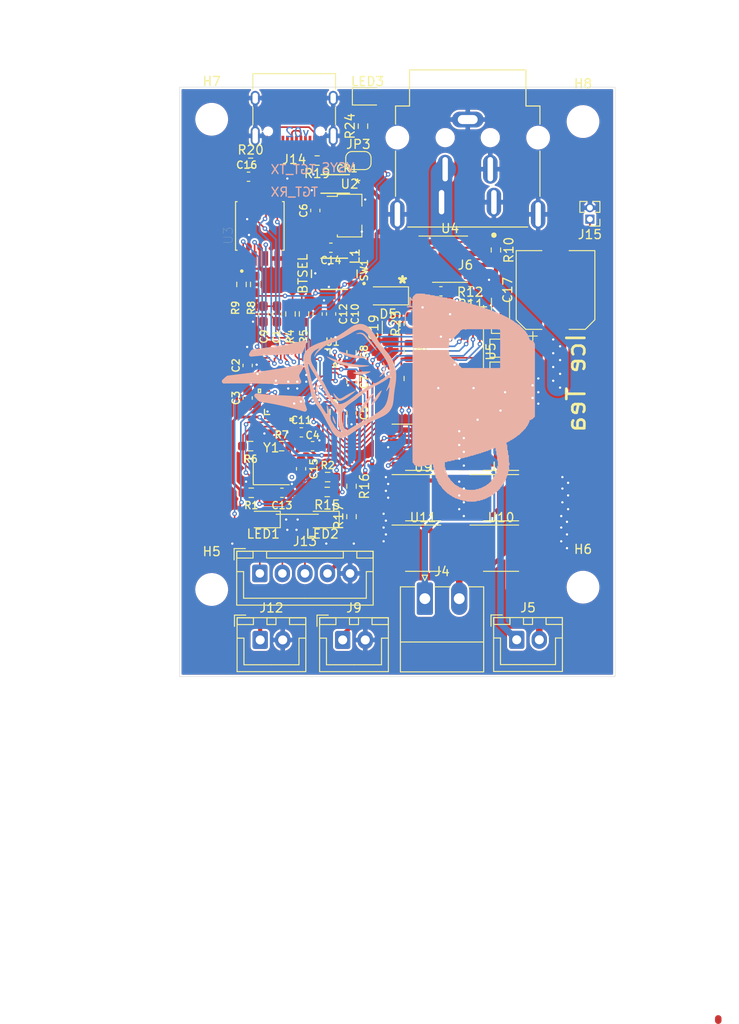
<source format=kicad_pcb>
(kicad_pcb (version 20221232) (generator pcbnew)
  (title_block (title "Raspberry Pi Pico Debugger Shoe") (date "2021-05-16") (rev "v02") (comment 2 "https://creativecommons.org/licenses/by/4.0/") (comment 3 "License: CC BY 4.0") (comment 4 "Author: Shawn Hymel"))
  (layers (0 "F.Cu" signal) (31 "B.Cu" signal) (34 "B.Paste" user) (35 "F.Paste" user) (36 "B.SilkS" user "B.Silkscreen") (37 "F.SilkS" user "F.Silkscreen") (38 "B.Mask" user) (39 "F.Mask" user) (44 "Edge.Cuts" user))
  (net 0 "")
  (net 1 "GND")
  (net 2 "+3V3")
  (net 3 "/+1.1V")
  (net 4 "/XIN")
  (net 5 "Net-(C15-Pad1)")
  (net 6 "/VBUS")
  (net 7 "Net-(U4-TC)")
  (net 8 "/USB_P")
  (net 9 "/USB_N")
  (net 10 "/RUN")
  (net 11 "/SWDIO")
  (net 12 "/SWCLK")
  (net 13 "/h-bridges/VB_U")
  (net 14 "/h-bridges/VS_U")
  (net 15 "Net-(J14-CC1)")
  (net 17 "Net-(J14-CC2)")
  (net 19 "Net-(LED1-A)")
  (net 20 "Net-(LED2-A)")
  (net 21 "VS")
  (net 22 "/h-bridges/HO_U")
  (net 23 "Net-(D5-K)")
  (net 24 "/GPIO25")
  (net 25 "Net-(U1-USB_DP)")
  (net 26 "Net-(U1-USB_DM)")
  (net 27 "/XOUT")
  (net 28 "/USB_BOOT")
  (net 29 "/QSPI_CS")
  (net 30 "/QSPI_SD1")
  (net 31 "/QSPI_SD2")
  (net 32 "/QSPI_SD0")
  (net 33 "/QSPI_SCK")
  (net 34 "/QSPI_SD3")
  (net 35 "Net-(U4-DC)")
  (net 36 "Net-(U4-Vfb)")
  (net 38 "/GPIO13")
  (net 39 "/GPIO14_SDA")
  (net 40 "/GPIO15_SCL")
  (net 52 "V_in")
  (net 54 "/h-bridges/LO_U")
  (net 55 "ADC3")
  (net 56 "ADC2")
  (net 57 "ADC1")
  (net 58 "ADC0")
  (net 59 "V_SYS")
  (net 60 "Net-(U6-G)")
  (net 61 "/GPIO16")
  (net 62 "Net-(U7-G)")
  (net 63 "/GPIO2")
  (net 64 "/GPIO24")
  (net 65 "/REG_OUT")
  (net 66 "Net-(LED3-A)")
  (net 67 "/h-bridges/VS_W")
  (net 68 "/h-bridges/VS_V")
  (net 69 "/h-bridges/VB_W")
  (net 70 "/h-bridges/VB_V")
  (net 71 "/h-bridges/LO_W")
  (net 72 "/h-bridges/LO_V")
  (net 73 "/h-bridges/HO_W")
  (net 74 "/h-bridges/HO_V")
  (net 75 "Net-(U8-G)")
  (net 76 "Net-(U9-G)")
  (net 77 "Net-(U10-G)")
  (net 78 "Net-(U11-G)")
  (net 79 "/V_HIN")
  (net 80 "/W_HIN")
  (net 81 "/U_LIN")
  (net 82 "/V_LIN")
  (net 83 "/W_LIN")
  (net 84 "/U_HIN")
  (footprint "Capacitor_SMD:C_0603_1608Metric_Pad1.08x0.95mm_HandSolder" (layer "F.Cu") (at 132 106.3 -90)
    (fp_text reference "C3")
    (fp_text value "0.1uF")
  )
  (footprint "Capacitor_SMD:C_0603_1608Metric_Pad1.08x0.95mm_HandSolder" (layer "F.Cu") (at 143.51 107.9765 -90)
    (fp_text reference "C5")
    (fp_text value "0.1uF")
  )
  (footprint "Capacitor_SMD:C_0603_1608Metric_Pad1.08x0.95mm_HandSolder" (layer "F.Cu") (at 143.51 104.5475 -90)
    (fp_text reference "C7")
    (fp_text value "0.1uF")
  )
  (footprint "Capacitor_SMD:C_0603_1608Metric_Pad1.08x0.95mm_HandSolder" (layer "F.Cu") (at 135.8 116.8)
    (fp_text reference "C13")
    (fp_text value "27pF")
  )
  (footprint "Capacitor_SMD:C_0603_1608Metric_Pad1.08x0.95mm_HandSolder" (layer "F.Cu") (at 141.224 89.662 180)
    (fp_text reference "C14")
    (fp_text value "1uF")
  )
  (footprint "Capacitor_SMD:C_0603_1608Metric_Pad1.08x0.95mm_HandSolder" (layer "F.Cu") (at 137.922 114.1465 -90)
    (fp_text reference "C15")
    (fp_text value "27pF")
  )
  (footprint "Capacitor_SMD:C_0603_1608Metric_Pad1.08x0.95mm_HandSolder" (layer "F.Cu") (at 132.1 81.8)
    (fp_text reference "C16")
    (fp_text value "0.1uF")
  )
  (footprint "mbr120vlsft1g:MBR120VLSFT1G" (layer "F.Cu") (at 141.7 82.6 180)
    (fp_text reference "CR1")
    (fp_text value "MBR120VLSFT1G")
  )
  (footprint "Resistor_SMD:R_0603_1608Metric_Pad0.98x0.95mm_HandSolder" (layer "F.Cu") (at 132.842 93.726 -90)
    (fp_text reference "R8")
    (fp_text value "1K")
  )
  (footprint "Resistor_SMD:R_0603_1608Metric_Pad0.98x0.95mm_HandSolder" (layer "F.Cu") (at 131.318 93.726 90)
    (fp_text reference "R9")
    (fp_text value "10K")
  )
  (footprint "rp2040:RP2040" (layer "F.Cu") (at 137.5 104.5)
    (fp_text reference "U1")
    (fp_text value "RP2040" hide)
  )
  (footprint "Resistor_SMD:R_0603_1608Metric_Pad0.98x0.95mm_HandSolder" (layer "F.Cu") (at 132.4 116.8)
    (fp_text reference "R1")
    (fp_text value "10K")
  )
  (footprint "Resistor_SMD:R_0603_1608Metric_Pad0.98x0.95mm_HandSolder" (layer "F.Cu") (at 140.8665 115.062 180)
    (fp_text reference "R2")
    (fp_text value "1K")
  )
  (footprint "Capacitor_SMD:C_0603_1608Metric_Pad1.08x0.95mm_HandSolder" (layer "F.Cu") (at 132 102.7 -90)
    (fp_text reference "C2")
    (fp_text value "0.1uF")
  )
  (footprint "Capacitor_SMD:C_0603_1608Metric_Pad1.08x0.95mm_HandSolder" (layer "F.Cu") (at 143.51 101.2 -90)
    (fp_text reference "C8")
    (fp_text value "0.1uF")
  )
  (footprint "Capacitor_SMD:C_0603_1608Metric_Pad1.08x0.95mm_HandSolder" (layer "F.Cu") (at 139.5 85.5375 90)
    (fp_text reference "C6")
    (fp_text value "1uF")
  )
  (footprint "Capacitor_SMD:C_0603_1608Metric_Pad1.08x0.95mm_HandSolder" (layer "F.Cu") (at 141.25 97 90)
    (fp_text reference "C10")
    (fp_text value "1uF")
  )
  (footprint "Capacitor_SMD:C_0603_1608Metric_Pad1.08x0.95mm_HandSolder" (layer "F.Cu") (at 133.75 97 90)
    (fp_text reference "C9")
    (fp_text value "0.1uF")
  )
  (footprint "Capacitor_SMD:C_0603_1608Metric_Pad1.08x0.95mm_HandSolder" (layer "F.Cu") (at 135.25 97 90)
    (fp_text reference "C1")
    (fp_text value "0.1uF")
  )
  (footprint "Resistor_SMD:R_0603_1608Metric_Pad0.98x0.95mm_HandSolder" (layer "F.Cu") (at 138.25 97 -90)
    (fp_text reference "R5")
    (fp_text value "27")
  )
  (footprint "Resistor_SMD:R_0603_1608Metric_Pad0.98x0.95mm_HandSolder" (layer "F.Cu") (at 136.75 97 -90)
    (fp_text reference "R4")
    (fp_text value "27")
  )
  (footprint "Capacitor_SMD:C_0603_1608Metric_Pad1.08x0.95mm_HandSolder" (layer "F.Cu") (at 139.75 97 90)
    (fp_text reference "C12")
    (fp_text value "1uF")
  )
  (footprint "Resistor_SMD:R_0603_1608Metric_Pad0.98x0.95mm_HandSolder" (layer "F.Cu") (at 135.763 111.633)
    (fp_text reference "R7")
    (fp_text value "1K")
  )
  (footprint "PTS810 SJK 250 SMTR LFS:PTS810 SJK 250 SMTR LFS" (layer "F.Cu") (at 141.6 92.55 180)
    (fp_text reference "SW1")
    (fp_text value "PTS810_SJK_250_SMTR_LFS")
  )
  (footprint "Crystal:Crystal_SMD_3225-4Pin_3.2x2.5mm" (layer "F.Cu") (at 134.62 114.261)
    (fp_text reference "Y1")
    (fp_text value "Crystal_GND2")
  )
  (footprint "Capacitor_SMD:C_1206_3216Metric" (layer "F.Cu") (at 147.828 98.503 90)
    (fp_text reference "C19")
    (fp_text value "100uF")
  )
  (footprint "Resistor_SMD:R_0603_1608Metric" (layer "F.Cu") (at 156.718 94.488 180)
    (fp_text reference "R11")
    (fp_text value "2.4k")
  )
  (footprint "Package_SO:SOIC-8_3.9x4.9mm_P1.27mm" (layer "F.Cu") (at 154.432 90.932)
    (fp_text reference "U4")
    (fp_text value "MC34063AD")
  )
  (footprint "rpi-pico-debugger-shoe:SCCD43" (layer "F.Cu") (at 147.704 90.615 -90)
    (fp_text reference "L1")
    (fp_text value "220uH")
  )
  (footprint "Resistor_SMD:R_0603_1608Metric" (layer "F.Cu") (at 156.655 96.012)
    (fp_text reference "R12")
    (fp_text value "13K")
  )
  (footprint "Resistor_SMD:R_0603_1608Metric" (layer "F.Cu") (at 159.512 89.916 -90)
    (fp_text reference "R10")
    (fp_text value "1")
  )
  (footprint "MountingHole:MountingHole_3.2mm_M3" (layer "F.Cu") (at 169.164 127.254)
    (fp_text reference "H6")
    (fp_text value "MountingHole")
  )
  (footprint "MountingHole:MountingHole_3.2mm_M3" (layer "F.Cu") (at 128.016 75.438)
    (fp_text reference "H7")
    (fp_text value "MountingHole")
  )
  (footprint "MountingHole:MountingHole_3.2mm_M3" (layer "F.Cu") (at 169.164 75.692)
    (fp_text reference "H8")
    (fp_text value "MountingHole")
  )
  (footprint "KPJX-4S-S:KYCON_KPJX-4S-S" (layer "F.Cu") (at 156.39 84.62 180)
    (fp_text reference "J6")
    (fp_text value "KPJX-4S-S")
  )
  (footprint "Resistor_SMD:R_0603_1608Metric_Pad0.98x0.95mm_HandSolder" (layer "F.Cu") (at 132.334 111.633 180)
    (fp_text reference "R6")
    (fp_text value "DNP")
  )
  (footprint "Capacitor_SMD:C_0603_1608Metric_Pad1.08x0.95mm_HandSolder" (layer "F.Cu") (at 139.2 111.633)
    (fp_text reference "C4")
    (fp_text value "0.1uF")
  )
  (footprint "Capacitor_SMD:C_0603_1608Metric_Pad1.08x0.95mm_HandSolder" (layer "F.Cu") (at 137.9485 110.109 180)
    (fp_text reference "C11")
    (fp_text value "0.1uF")
  )
  (footprint "Capacitor_SMD:CP_Elec_8x10.5" (layer "F.Cu") (at 166.116 94.344 90)
    (fp_text reference "C17")
    (fp_text value "100uF")
  )
  (footprint "Capacitor_SMD:C_0603_1608Metric" (layer "F.Cu") (at 153.416 94.488 180)
    (fp_text reference "C18")
    (fp_text value "470pF")
  )
  (footprint "Jumper:SolderJumper-2_P1.3mm_Bridged_RoundedPad1.0x1.5mm" (layer "F.Cu") (at 144.272 80.01)
    (fp_text reference "JP3")
    (fp_text value "SolderJumper_2_Bridged")
  )
  (footprint "W25Q16JVSSIQ:SOIC127P790X216-8N" (layer "F.Cu") (at 133.35 87.249 90)
    (fp_text reference "U3")
    (fp_text value "W25Q16JVSSIQ")
  )
  (footprint "LED_SMD:LED_0805_2012Metric_Castellated" (layer "F.Cu") (at 140.2615 119.761 180)
    (fp_text reference "LED2")
    (fp_text value "RED")
  )
  (footprint "Resistor_SMD:R_0603_1608Metric_Pad0.98x0.95mm_HandSolder" (layer "F.Cu") (at 140.8195 116.713 180)
    (fp_text reference "R15")
    (fp_text value "1K")
  )
  (footprint "LED_SMD:LED_0805_2012Metric_Castellated" (layer "F.Cu") (at 133.731 119.761 180)
    (fp_text reference "LED1")
    (fp_text value "150060VS75000")
  )
  (footprint "Connector_PinHeader_1.27mm:PinHeader_1x02_P1.27mm_Vertical" (layer "F.Cu") (at 169.926 86.502 180)
    (fp_text reference "J15")
    (fp_text value "Conn_01x02_Female")
  )
  (footprint "Package_SO:SOIC-8_3.9x4.9mm_P1.27mm" (layer "F.Cu") (at 160.083 111.76)
    (fp_text reference "U6")
    (fp_text value "AO4406AL")
  )
  (footprint "Connector_JST:JST_XH_B2B-XH-A_1x02_P2.50mm_Vertical" (layer "F.Cu") (at 161.818 133.079)
    (fp_text reference "J5")
    (fp_text value "Conn_01x02_Female")
  )
  (footprint "Resistor_SMD:R_0603_1608Metric" (layer "F.Cu") (at 149.86 98.044 90)
    (fp_text reference "R23")
    (fp_text value "10R")
  )
  (footprint "Capacitor_SMD:C_0603_1608Metric" (layer "F.Cu") (at 151.955 106.37443 180)
    (fp_text reference "C23")
    (fp_text value "0.1u")
  )
  (footprint "MountingHole:MountingHole_3.2mm_M3" (layer "F.Cu") (at 128.016 127.508)
    (fp_text reference "H5")
    (fp_text value "MountingHole")
  )
  (footprint "Diode_SMD:D_SOD-123" (layer "F.Cu") (at 161.099 100.78643)
    (fp_text reference "D3")
    (fp_text value "B5819W")
  )
  (footprint "Resistor_SMD:R_0603_1608Metric" (layer "F.Cu") (at 143.51 119.443 90)
    (fp_text reference "R17")
    (fp_text value "10k")
  )
  (footprint "Resistor_SMD:R_0603_1608Metric" (layer "F.Cu") (at 143.51 116.078 -90)
    (fp_text reference "R16")
    (fp_text value "10K")
  )
  (footprint "Resistor_SMD:R_0603_1608Metric" (layer "F.Cu") (at 149.86 101.092 -90)
    (fp_text reference "R21")
    (fp_text value "10R")
  )
  (footprint "Resistor_SMD:R_0603_1608Metric" (layer "F.Cu") (at 139.7 80.01 180)
    (fp_text reference "R19")
    (fp_text value "5.1k")
  )
  (footprint "Capacitor_SMD:C_0603_1608Metric" (layer "F.Cu") (at 155.003 106.37443 180)
    (fp_text reference "C22")
    (fp_text value "0.1u")
  )
  (footprint "Package_SO:SOIC-8_3.9x4.9mm_P1.27mm" (layer "F.Cu") (at 151.449 111.76)
    (fp_text reference "U7")
    (fp_text value "AO4406AL")
  )
  (footprint "Connector_JST:JST_XH_B2B-XH-A_1x02_P2.50mm_Vertical" (layer "F.Cu") (at 142.534 133.096)
    (fp_text reference "J9")
    (fp_text value "Conn_01x02_Female")
  )
  (footprint "Package_SO:SOIC-8_3.9x4.9mm_P1.27mm" (layer "F.Cu") (at 151.447 122.936)
    (fp_text reference "U11")
    (fp_text value "AO4406AL")
  )
  (footprint "Diode_SMD:D_SOD-123" (layer "F.Cu") (at 161.099 103.32643)
    (fp_text reference "D2")
    (fp_text value "B5819W")
  )
  (footprint "Package_SO:SOIC-8_3.9x4.9mm_P1.27mm" (layer "F.Cu") (at 160.083 122.936)
    (fp_text reference "U10")
    (fp_text value "AO4406AL")
  )
  (footprint "Package_SO:SOIC-8_3.9x4.9mm_P1.27mm" (layer "F.Cu") (at 151.447 117.348)
    (fp_text reference "U9")
    (fp_text value "AO4406AL")
  )
  (footprint "Resistor_SMD:R_0603_1608Metric" (layer "F.Cu") (at 149.86 104.14 -90)
    (fp_text reference "R14")
    (fp_text value "10R")
  )
  (footprint "Connector_Phoenix_MC:PhoenixContact_MC_1,5_2-G-3.81_1x02_P3.81mm_Horizontal" (layer "F.Cu") (at 151.638 128.524)
    (fp_text reference "J4")
    (fp_text value "Conn_01x02_Female")
  )
  (footprint "Connector_JST:JST_XH_B5B-XH-A_1x05_P2.50mm_Vertical" (layer "F.Cu") (at 133.35 125.73)
    (fp_text reference "J13")
    (fp_text value "Conn_01x05_Female")
  )
  (footprint "Capacitor_SMD:C_0603_1608Metric" (layer "F.Cu") (at 158.064 106.37443 180)
    (fp_text reference "C20")
    (fp_text value "0.1u")
  )
  (footprint "Package_SO:SOIC-8_3.9x4.9mm_P1.27mm" (layer "F.Cu") (at 160.083 117.348)
    (fp_text reference "U8")
    (fp_text value "AO4406AL")
  )
  (footprint "Resistor_SMD:R_0603_1608Metric" (layer "F.Cu") (at 161.416 107.89843)
    (fp_text reference "R18")
    (fp_text value "10R")
  )
  (footprint "Package_SO:TSSOP-20_4.4x6.5mm_P0.65mm" (layer "F.Cu") (at 154.749 101.16743 -90)
    (fp_text reference "U5")
    (fp_text value "EG2133")
  )
  (footprint "Connector_USB:USB_C_Receptacle_XKB_U262-16XN-4BVC11" (layer "F.Cu") (at 137.16 74.168 180)
    (fp_text reference "J14")
    (fp_text value "USB_C_Receptacle_USB2.0")
  )
  (footprint "Connector_JST:JST_XH_B2B-XH-A_1x02_P2.50mm_Vertical" (layer "F.Cu") (at 133.39 133.096)
    (fp_text reference "J12")
    (fp_text value "Conn_01x02_Female")
  )
  (footprint "Resistor_SMD:R_0603_1608Metric" (layer "F.Cu") (at 161.416 106.37443)
    (fp_text reference "R22")
    (fp_text value "10R")
  )
  (footprint "Package_TO_SOT_SMD:SOT-89-3" (layer "F.Cu") (at 143.002 86.106)
    (fp_text reference "U2")
    (fp_text value "HT75xx-1-SOT89")
  )
  (footprint "LED_SMD:LED_0805_2012Metric" (layer "F.Cu") (at 145.288 72.898)
    (fp_text reference "LED3")
    (fp_text value "150060VS75000")
  )
  (footprint "Diode_SMD:D_SOD-123" (layer "F.Cu") (at 147.574 94.996 180)
    (fp_text reference "D5")
    (fp_text value "B5819W")
  )
  (footprint "Capacitor_SMD:C_0603_1608Metric" (layer "F.Cu") (at 153.479 96.08743 180)
    (fp_text reference "C21")
    (fp_text value "0.1u")
  )
  (footprint "Diode_SMD:D_SOD-123" (layer "F.Cu") (at 160.02 96.902 90)
    (fp_text reference "D4")
    (fp_text value "B5819W")
  )
  (footprint "Resistor_SMD:R_0603_1608Metric_Pad0.98x0.95mm_HandSolder" (layer "F.Cu") (at 144.78 76.2 90)
    (fp_text reference "R24")
    (fp_text value "1K")
  )
  (footprint "Resistor_SMD:R_0603_1608Metric" (layer "F.Cu") (at 132.334 80.264)
    (fp_text reference "R20")
    (fp_text value "5.1k")
  )
  (footprint "Resistor_SMD:R_0603_1608Metric" (layer "F.Cu") (at 158.051 107.89843)
    (fp_text reference "R13")
    (fp_text value "10R")
  )
  (footprint "Jumper:SolderJumper-2_P1.3mm_Bridged_RoundedPad1.0x1.5mm" (layer "B.Cu") (at 150.876 97.536 180)
    (fp_text reference "JP1")
    (fp_text value "SolderJumper_2_Bridged")
  )
  (footprint "LOGO" (layer "B.Cu") (at 146.558 106.68 -90)
    (fp_text reference "G***")
    (fp_text value "LOGO" hide)
  )
  (gr_line (start 135.16 119.18) (end 139.84 119.18) (stroke (width 0.12)) (layer "F.SilkS"))
  (gr_line (start 124.46 71.882) (end 124.46 137.16) (stroke (width 0.05)) (layer "Edge.Cuts"))
  (gr_line (start 124.46 71.882) (end 172.72 71.882) (stroke (width 0.05)) (layer "Edge.Cuts"))
  (gr_line (start 124.46 137.16) (end 172.72 137.16) (stroke (width 0.05)) (layer "Edge.Cuts"))
  (gr_line (start 172.72 71.882) (end 172.72 137.16) (stroke (width 0.05)) (layer "Edge.Cuts"))
  (gr_text "v02" (at 137.5 76.9) (layer "B.Cu") (effects (font (size 1 1)) (justify mirror)))
  (gr_text "TGT_TX" (at 134.46 81) (layer "B.SilkS") (effects (font (size 1 1)) (justify right mirror)))
  (gr_text "TGT_RX" (at 134.46 83.5) (layer "B.SilkS") (effects (font (size 1 1)) (justify right mirror)))
  (gr_text "VSYS" (at 142 80.8) (layer "B.SilkS") (effects (font (size 1 1)) (justify mirror)))
  (gr_text "BTSEL" (at 138.12 92.55 90) (layer "F.SilkS") (effects (font (size 1 1))))
  (gr_text "*" (at 149.161 93.663) (layer "F.SilkS") (effects (font (size 1.5 1.5) (thickness 0.3))))
  (gr_text "Ice Tea" (at 168.402 104.648 90) (layer "F.SilkS") (effects (font (size 2 2) (thickness 0.3)) (justify mirror)))
  (segment (start 184.15 175.26) (end 184.15 175.006) (width 0.72) (layer "F.Cu") (net 0))
  (via (at 136.906 115.062) (size 0.508) (drill 0.254) (layers "F.Cu" "B.Cu") (net 0))
  (segment (start 136.484 106.766) (end 137.006 106.766) (width 0.18) (layer "F.Cu") (net 1))
  (segment (start 143.51 105.283) (end 143.129 104.902) (width 0.18) (layer "F.Cu") (net 1))
  (segment (start 137.086 110.109) (end 136.398 110.109) (width 0.46) (layer "F.Cu") (net 1))
  (segment (start 164.124 86.474) (end 163.724 86.874) (width 0.46) (layer "F.Cu") (net 1))
  (segment (start 136.484 106.766) (end 136.484 105.516) (width 0.18) (layer "F.Cu") (net 1))
  (segment (start 132 102.9) (end 132 103.5625) (width 0.18) (layer "F.Cu") (net 1))
  (segment (start 136.484 107.9036) (end 136.484 106.766) (width 0.18) (layer "F.Cu") (net 1))
  (segment (start 133 102.616) (end 132.93148 102.68452) (width 0.18) (layer "F.Cu") (net 1))
  (segment (start 132.93148 102.68452) (end 132.21548 102.68452) (width 0.18) (layer "F.Cu") (net 1))
  (segment (start 132.21548 102.68452) (end 132 102.9) (width 0.18) (layer "F.Cu") (net 1))
  (segment (start 143.51 105.41) (end 143.51 105.283) (width 0.18) (layer "F.Cu") (net 1))
  (segment (start 153.124 98.30493) (end 153.124 96.50743) (width 0.18) (layer "F.Cu") (net 1))
  (segment (start 135.25 96.1375) (end 133.75 96.1375) (width 0.18) (layer "F.Cu") (net 1))
  (segment (start 136.484 105.516) (end 137.5 104.5) (width 0.18) (layer "F.Cu") (net 1))
  (segment (start 137.006 106.766) (end 137.16 106.92) (width 0.18) (layer "F.Cu") (net 1))
  (segment (start 153.124 96.50743) (end 152.704 96.08743) (width 0.18) (layer "F.Cu") (net 1))
  (via (at 136.4 82) (size 0.508) (drill 0.254) (layers "F.Cu" "B.Cu") (net 1))
  (via (at 167.513 117.094) (size 0.508) (drill 0.254) (layers "F.Cu" "B.Cu") (net 1))
  (via (at 166.878 115.062) (size 0.508) (drill 0.254) (layers "F.Cu" "B.Cu") (net 1))
  (via (at 166.878 117.856) (size 0.508) (drill 0.254) (layers "F.Cu" "B.Cu") (net 1))
  (via (at 166.878 116.332) (size 0.508) (drill 0.254) (layers "F.Cu" "B.Cu") (net 1))
  (via (at 136.398 110.109) (size 0.508) (drill 0.254) (layers "F.Cu" "B.Cu") (net 1))
  (via (at 151.384 96.266) (size 0.508) (drill 0.254) (layers "F.Cu" "B.Cu") (net 1))
  (via (at 136.906 115.824) (size 0.508) (drill 0.254) (layers "F.Cu" "B.Cu") (net 1))
  (via (at 143.002 101.854) (size 0.508) (drill 0.254) (layers "F.Cu" "B.Cu") (net 1))
  (via (at 137.5 104.5) (size 0.508) (drill 0.254) (layers "F.Cu" "B.Cu") (net 1))
  (via (at 133 102.616) (size 0.508) (drill 0.254) (layers "F.Cu" "B.Cu") (net 1))
  (via (at 136.5 104.5) (size 0.508) (drill 0.254) (layers "F.Cu" "B.Cu") (net 1))
  (via (at 144.653 87.884) (size 0.508) (drill 0.254) (layers "F.Cu" "B.Cu") (net 1))
  (via (at 143.764 122.428) (size 0.508) (drill 0.254) (layers "F.Cu" "B.Cu") (net 1))
  (via (at 164.211 104.14) (size 0.508) (drill 0.254) (layers "F.Cu" "B.Cu") (net 1))
  (via (at 144.05 90.15) (size 0.508) (drill 0.254) (layers "F.Cu" "B.Cu") (net 1))
  (via (at 147.32 116.586) (size 0.508) (drill 0.254) (layers "F.Cu" "B.Cu") (net 1))
  (via (at 143.51 109.22) (size 0.508) (drill 0.254) (layers "F.Cu" "B.Cu") (net 1))
  (via (at 167.386 122.936) (size 0.508) (drill 0.254) (layers "F.Cu" "B.Cu") (net 1))
  (via (at 167.513 118.618) (size 0.508) (drill 0.254) (layers "F.Cu" "B.Cu") (net 1))
  (via (at 136.398 120.904) (size 0.508) (drill 0.254) (layers "F.Cu" "B.Cu") (net 1))
  (via (at 163.576 106.299) (size 0.508) (drill 0.254) (layers "F.Cu" "B.Cu") (net 1))
  (via (at 164.211 106.934) (size 0.508) (drill 0.254) (layers "F.Cu" "B.Cu") (net 1))
  (via (at 131.95 100.65) (size 0.508) (drill 0.254) (layers "F.Cu" "B.Cu") (net 1))
  (via (at 141.732 99.568) (size 0.508) (drill 0.254) (layers "F.Cu" "B.Cu") (net 1))
  (via (at 167.386 121.412) (size 0.508) (drill 0.254) (layers "F.Cu" "B.Cu") (net 1))
  (via (at 167.513 115.697) (size 0.508) (drill 0.254) (layers "F.Cu" "B.Cu") (net 1))
  (via (at 143.129 104.902) (size 0.508) (drill 0.254) (layers "F.Cu" "B.Cu") (net 1))
  (via (at 136.271 119.761) (size 0.508) (drill 0.254) (layers "F.Cu" "B.Cu") (net 1))
  (via (at 147.574 115.824) (size 0.508) (drill 0.254) (layers "F.Cu" "B.Cu") (net 1))
  (via (at 145.034 84.328) (size 0.508) (drill 0.254) (layers "F.Cu" "B.Cu") (net 1))
  (via (at 147.066 119.126) (size 0.508) (drill 0.254) (layers "F.Cu" "B.Cu") (net 1))
  (via (at 166.751 120.65) (size 0.508) (drill 0.254) (layers "F.Cu" "B.Cu") (net 1))
  (via (at 132.334 113.03) (size 0.508) (drill 0.254) (layers "F.Cu" "B.Cu") (net 1))
  (via (at 166.751 119.38) (size 0.508) (drill 0.254) (layers "F.Cu" "B.Cu") (net 1))
  (via (at 163.576 104.902) (size 0.508) (drill 0.254) (layers "F.Cu" "B.Cu") (net 1))
  (via (at 167.386 120.015) (size 0.508) (drill 0.254) (layers "F.Cu" "B.Cu") (net 1))
  (via (at 134.2 107.8) (size 0.508) (drill 0.254) (layers "F.Cu" "B.Cu") (net 1))
  (via (at 147.574 111.76) (size 0.508) (drill 0.254) (layers "F.Cu" "B.Cu") (net 1))
  (via (at 147.32 119.888) (size 0.508) (drill 0.254) (layers "F.Cu" "B.Cu") (net 1))
  (via (at 138.5 103.75) (size 0.508) (drill 0.254) (layers "F.Cu" "B.Cu") (net 1))
  (via (at 147.32 121.412) (size 0.508) (drill 0.254) (layers "F.Cu" "B.Cu") (net 1))
  (via (at 131.826 115.57) (size 0.508) (drill 0.254) (layers "F.Cu" "B.Cu") (net 1))
  (via (at 132.588 96.266) (size 0.508) (drill 0.254) (layers "F.Cu" "B.Cu") (net 1))
  (via (at 137.414 120.904) (size 0.508) (drill 0.254) (layers "F.Cu" "B.Cu") (net 1))
  (via (at 137.5 105.25) (size 0.508) (drill 0.254) (layers "F.Cu" "B.Cu") (net 1))
  (via (at 132.15 88.25) (size 0.508) (drill 0.254) (layers "F.Cu" "B.Cu") (net 1))
  (via (at 140.462 95.504) (size 0.508) (drill 0.254) (layers "F.Cu" "B.Cu") (net 1))
  (via (at 147.574 117.348) (size 0.508) (drill 0.254) (layers "F.Cu" "B.Cu") (net 1))
  (via (at 140.843 100.965) (size 0.508) (drill 0.254) (layers "F.Cu" "B.Cu") (net 1))
  (via (at 141 91.5) (size 0.508) (drill 0.254) (layers "F.Cu" "B.Cu") (net 1))
  (via (at 139.5 92.5) (size 0.508) (drill 0.254) (layers "F.Cu" "B.Cu") (net 1))
  (via (at 141.478 118.11) (size 0.508) (drill 0.254) (layers "F.Cu" "B.Cu") (net 1))
  (via (at 137.16 106.92) (size 0.508) (drill 0.254) (layers "F.Cu" "B.Cu") (net 1))
  (via (at 141 94) (size 0.508) (drill 0.254) (layers "F.Cu" "B.Cu") (net 1))
  (via (at 139.446 113.284) (size 0.508) (drill 0.254) (layers "F.Cu" "B.Cu") (net 1))
  (via (at 166.751 122.174) (size 0.508) (drill 0.254) (layers "F.Cu" "B.Cu") (net 1))
  (via (at 147.066 120.65) (size 0.508) (drill 0.254) (layers "F.Cu" "B.Cu") (net 1))
  (via (at 139.954 110.998) (size 0.508) (drill 0.254) (layers "F.Cu" "B.Cu") (net 1))
  (via (at 130.302 122.428) (size 0.508) (drill 0.254) (layers "F.Cu" "B.Cu") (net 1))
  (via (at 147.32 115.062) (size 0.508) (drill 0.254) (layers "F.Cu" "B.Cu") (net 1))
  (via (at 140.716 122.428) (size 0.508) (drill 0.254) (layers "F.Cu" "B.Cu") (net 1))
  (via (at 131.95 86.5) (size 0.508) (drill 0.254) (layers "F.Cu" "B.Cu") (net 1))
  (via (at 136.5 105.25) (size 0.508) (drill 0.254) (layers "F.Cu" "B.Cu") (net 1))
  (via (at 133.858 110.236) (size 0.508) (drill 0.254) (layers "F.Cu" "B.Cu") (net 1))
  (via (at 139.1 83.3) (size 0.508) (drill 0.254) (layers "F.Cu" "B.Cu") (net 1))
  (via (at 164.211 105.664) (size 0.508) (drill 0.254) (layers "F.Cu" "B.Cu") (net 1))
  (via (at 138.5 104.5) (size 0.508) (drill 0.254) (layers "F.Cu" "B.Cu") (net 1))
  (via (at 147.066 122.174) (size 0.508) (drill 0.254) (layers "F.Cu" "B.Cu") (net 1))
  (via (at 139.3 81.55) (size 0.508) (drill 0.254) (layers "F.Cu" "B.Cu") (net 1))
  (via (at 132.6 97.85) (size 0.508) (drill 0.254) (layers "F.Cu" "B.Cu") (net 1))
  (via (at 137.541 119.761) (size 0.508) (drill 0.254) (layers "F.Cu" "B.Cu") (net 1))
  (segment (start 144.5 106.9) (end 144.5 106.9) (width 0.3) (layer "F.Cu") (net 2))
  (segment (start 137.96349 111.04199) (end 138.3375 111.416) (width 0.18) (layer "F.Cu") (net 2))
  (segment (start 133.319998 108.41) (end 133.339998 108.43) (width 0.3) (layer "F.Cu") (net 2))
  (segment (start 141.986 97.79) (end 141.3225 97.79) (width 0.3) (layer "F.Cu") (net 2))
  (segment (start 138.007502 100.207502) (end 137.7032 100.207502) (width 0.18) (layer "F.Cu") (net 2))
  (segment (start 143.002 118.618) (end 143.51 118.618) (width 0.46) (layer "F.Cu") (net 2))
  (segment (start 135.8 99.2) (end 135.25 98.65) (width 0.18) (layer "F.Cu") (net 2))
  (segment (start 137.7032 101.0964) (end 137.7032 100.207502) (width 0.18) (layer "F.Cu") (net 2))
  (segment (start 139.7352 100.330498) (end 141.25 98.815698) (width 0.18) (layer "F.Cu") (net 2))
  (segment (start 139.84879 112.649) (end 140.208 112.649) (width 0.3) (layer "F.Cu") (net 2))
  (segment (start 140.1416 100.5434) (end 140.3475 100.3375) (width 0.18) (layer "F.Cu") (net 2))
  (segment (start 131.96001 99.53999) (end 130.8 100.7) (width 0.3) (layer "F.Cu") (net 2))
  (segment (start 144.4625 107.2515) (end 144.399 107.315) (width 0.3) (layer "F.Cu") (net 2))
  (segment (start 134.0964 105.516) (end 132.0785 105.516) (width 0.18) (layer "F.Cu") (net 2))
  (segment (start 132.0209 101.8584) (end 132 101.8375) (width 0.18) (layer "F.Cu") (net 2))
  (segment (start 131.78079 108.41) (end 133.319998 108.41) (width 0.3) (layer "F.Cu") (net 2))
  (segment (start 143.5135 106.9375) (end 143.51 106.934) (width 0.46) (layer "F.Cu") (net 2))
  (segment (start 135.25 98.65) (end 135.25 97.8625) (width 0.18) (layer "F.Cu") (net 2))
  (segment (start 130.4 108.868) (end 130.858 108.41) (width 0.3) (layer "F.Cu") (net 2))
  (segment (start 143 106.211798) (end 142.304202 105.516) (width 0.18) (layer "F.Cu") (net 2))
  (segment (start 130.8 108.41) (end 131.78079 108.41) (width 0.3) (layer "F.Cu") (net 2))
  (segment (start 140.9036 101.8584) (end 140.1416 101.0964) (width 0.18) (layer "F.Cu") (net 2))
  (segment (start 130.8 100.7) (end 130.8 101.8) (width 0.3) (layer "F.Cu") (net 2))
  (segment (start 132 101.8375) (end 130.8375 101.8375) (width 0.3) (layer "F.Cu") (net 2))
  (segment (start 142.66548 114.63652) (end 142.66548 116.002701) (width 0.3) (layer "F.Cu") (net 2))
  (segment (start 142.58548 123.99452) (end 142.58548 119.03452) (width 0.46) (layer "F.Cu") (net 2))
  (segment (start 130.8 105.4) (end 130.8 108.41) (width 0.3) (layer "F.Cu") (net 2))
  (segment (start 131.96499 97.01499) (end 131.96001 97.01001) (width 0.18) (layer "F.Cu") (net 2))
  (segment (start 131.318 94.91048) (end 131.96001 95.55249) (width 0.3) (layer "F.Cu") (net 2))
  (segment (start 130.858 108.41) (end 131.78079 108.41) (width 0.3) (layer "F.Cu") (net 2))
  (segment (start 141.25 98.815698) (end 141.25 97.8625) (width 0.18) (layer "F.Cu") (net 2))
  (segment (start 135.25 97.8625) (end 134.40249 97.01499) (width 0.18) (layer "F.Cu") (net 2))
  (segment (start 131.96001 97.01001) (end 131.96001 99.53999) (width 0.3) (layer "F.Cu") (net 2))
  (segment (start 131.495 82.0575) (end 131.495 85.715) (width 0.3) (layer "F.Cu") (net 2))
  (segment (start 142.0865 89.662) (end 142.0865 88.3405) (width 0.3) (layer "F.Cu") (net 2))
  (segment (start 143.51 118.618) (end 143.51 116.903) (width 0.3) (layer "F.Cu") (net 2))
  (segment (start 144.5 103.6) (end 143.595 103.6) (width 0.3) (layer "F.Cu") (net 2))
  (segment (start 130.4 115.7125) (end 130.4 108.868) (width 0.3) (layer "F.Cu") (net 2))
  (segment (start 130.8 105.4) (end 130.8 101.8) (width 0.3) (layer "F.Cu") (net 2))
  (segment (start 143.002 114.3) (end 141.351 112.649) (width 0.3) (layer "F.Cu") (net 2))
  (segment (start 143.51 116.847221) (end 143.51 116.903) (width 0.3) (layer "F.Cu") (net 2))
  (segment (start 134.0964 101.8584) (end 132.0209 101.8584) (width 0.18) (layer "F.Cu") (net 2))
  (segment (start 140.85 125.73) (end 142.58548 123.99452) (width 0.46) (layer "F.Cu") (net 2))
  (segment (start 139.7352 101.0964) (end 139.7352 100.330498) (width 0.18) (layer "F.Cu") (net 2))
  (segment (start 140.3475 100.3375) (end 143 100.3375) (width 0.18) (layer "F.Cu") (net 2))
  (segment (start 143.51 100.3375) (end 144.4625 100.3375) (width 0.3) (layer "F.Cu") (net 2))
  (segment (start 143 100.3375) (end 144.4625 100.3375) (width 0.3) (layer "F.Cu") (net 2))
  (segment (start 139.5705 112.649) (end 139.84879 112.649) (width 0.3) (layer "F.Cu") (net 2))
  (segment (start 131.495 85.715) (end 130.47348 86.73652) (width 0.3) (layer "F.Cu") (net 2))
  (segment (start 144.4625 106.9375) (end 143.5135 106.9375) (width 0.46) (layer "F.Cu") (net 2))
  (segment (start 144.5 103.6) (end 144.5 106.9) (width 0.3) (layer "F.Cu") (net 2))
  (segment (start 137.7032 107.9036) (end 137.7032 109.384422) (width 0.18) (layer "F.Cu") (net 2))
  (segment (start 141.351 112.649) (end 140.208 112.649) (width 0.3) (layer "F.Cu") (net 2))
  (segment (start 132.0785 105.516) (end 132 105.4375) (width 0.18) (layer "F.Cu") (net 2))
  (segment (start 144.4625 100.3375) (end 144.5 100.3) (width 0.3) (layer "F.Cu") (net 2))
  (segment (start 138.1096 100.3096) (end 138.007502 100.207502) (width 0.18) (layer "F.Cu") (net 2))
  (segment (start 143 106.211798) (end 143 106.424) (width 0.18) (layer "F.Cu") (net 2))
  (segment (start 131.96001 95.55249) (end 131.96001 97.01001) (width 0.3) (layer "F.Cu") (net 2))
  (segment (start 142.58548 119.03452) (end 143.002 118.618) (width 0.46) (layer "F.Cu") (net 2))
  (segment (start 142.123999 97.652001) (end 142.123999 97.673999) (width 0.3) (layer "F.Cu") (net 2))
  (segment (start 142.66548 116.002701) (end 143.51 116.847221) (width 0.3) (layer "F.Cu") (net 2))
  (segment (start 142.123999 89.699499) (end 142.0865 89.662) (width 0.3) (layer "F.Cu") (net 2))
  (segment (start 136.695698 99.2) (end 135.8 99.2) (width 0.18) (layer "F.Cu") (net 2))
  (segment (start 143.002 114.3) (end 142.66548 114.63652) (width 0.3) (layer "F.Cu") (net 2))
  (segment (start 144.4625 106.9375) (end 144.4625 107.2515) (width 0.3) (layer "F.Cu") (net 2))
  (segment (start 137.96349 109.644712) (end 137.96349 111.04199) (width 0.18) (layer "F.Cu") (net 2))
  (segment (start 142.123999 97.652001) (end 142.123999 89.699499) (width 0.3) (layer "F.Cu") (net 2))
  (segment (start 142.123999 97.652001) (end 141.986 97.79) (width 0.3) (layer "F.Cu") (net 2))
  (segment (start 142.123999 97.673999) (end 143.51 99.06) (width 0.3) (layer "F.Cu") (net 2))
  (segment (start 131.2375 81.8) (end 131.495 82.0575) (width 0.3) (layer "F.Cu") (net 2))
  (segment (start 140.1416 101.0964) (end 140.1416 100.5434) (width 0.18) (layer "F.Cu") (net 2))
  (segment (start 130.8375 105.4375) (end 130.8 105.4) (width 0.3) (layer "F.Cu") (net 2))
  (segment (start 143.595 103.6) (end 143.51 103.685) (width 0.3) (layer "F.Cu") (net 2))
  (segment (start 144.5 100.3) (end 144.5 103.6) (width 0.3) (layer "F.Cu") (net 2))
  (segment (start 143 106.424) (end 143.51 106.934) (width 0.18) (layer "F.Cu") (net 2))
  (segment (start 142.0865 88.3405) (end 141.352 87.606) (width 0.3) (layer "F.Cu") (net 2))
  (segment (start 137.7032 100.207502) (end 136.695698 99.2) (width 0.18) (layer "F.Cu") (net 2))
  (segment (start 131.318 94.6385) (end 131.318 94.91048) (width 0.3) (layer "F.Cu") (net 2))
  (segment (start 132 105.4375) (end 130.8375 105.4375) (width 0.3) (layer "F.Cu") (net 2))
  (segment (start 144.4625 106.9375) (end 144.5 106.9) (width 0.3) (layer "F.Cu") (net 2))
  (segment (start 141.3225 97.79) (end 141.25 97.8625) (width 0.3) (layer "F.Cu") (net 2))
  (segment (start 137.7032 109.384422) (end 137.96349 109.644712) (width 0.18) (layer "F.Cu") (net 2))
  (segment (start 138.1096 101.0964) (end 138.1096 100.3096) (width 0.18) (layer "F.Cu") (net 2))
  (segment (start 130.8375 101.8375) (end 130.8 101.8) (width 0.3) (layer "F.Cu") (net 2))
  (segment (start 131.4875 116.8) (end 130.4 115.7125) (width 0.3) (layer "F.Cu") (net 2))
  (segment (start 142.304202 105.516) (end 140.9036 105.516) (width 0.18) (layer "F.Cu") (net 2))
  (segment (start 130.47348 86.73652) (end 130.47348 93.79398) (width 0.3) (layer "F.Cu") (net 2))
  (segment (start 143.51 99.06) (end 143.51 100.3375) (width 0.3) (layer "F.Cu") (net 2))
  (segment (start 130.47348 93.79398) (end 131.318 94.6385) (width 0.3) (layer "F.Cu") (net 2))
  (segment (start 138.3375 111.416) (end 139.5705 112.649) (width 0.3) (layer "F.Cu") (net 2))
  (segment (start 134.40249 97.01499) (end 131.96499 97.01499) (width 0.18) (layer "F.Cu") (net 2))
  (via (at 133.339998 108.43) (size 0.508) (drill 0.254) (layers "F.Cu" "B.Cu") (net 2))
  (via (at 144.399 107.315) (size 0.508) (drill 0.254) (layers "F.Cu" "B.Cu") (net 2))
  (via (at 140.208 112.649) (size 0.508) (drill 0.254) (layers "F.Cu" "B.Cu") (net 2))
  (via (at 143.002 114.3) (size 0.508) (drill 0.254) (layers "F.Cu" "B.Cu") (net 2))
  (segment (start 144.399 113.157) (end 143.256 114.3) (width 0.3) (layer "B.Cu") (net 2))
  (segment (start 137.558998 112.649) (end 140.208 112.649) (width 0.3) (layer "B.Cu") (net 2))
  (segment (start 143.256 114.3) (end 143.002 114.3) (width 0.3) (layer "B.Cu") (net 2))
  (segment (start 133.339998 108.43) (end 137.558998 112.649) (width 0.3) (layer "B.Cu") (net 2))
  (segment (start 144.399 107.315) (end 144.399 112.903) (width 0.3) (layer "B.Cu") (net 2))
  (segment (start 144.399 113.157) (end 144.399 112.903) (width 0.3) (layer "B.Cu") (net 2))
  (segment (start 134.34 99.64) (end 136.57 99.64) (width 0.18) (layer "F.Cu") (net 3))
  (segment (start 138.1096 107.9036) (end 138.1096 107.3096) (width 0.18) (layer "F.Cu") (net 3))
  (segment (start 139.75 99.75) (end 139.3288 100.1712) (width 0.18) (layer "F.Cu") (net 3))
  (segment (start 138.811 109.601) (end 138.1096 108.8996) (width 0.18) (layer "F.Cu") (net 3))
  (segment (start 137.9 107.1) (end 137.9 106.7) (width 0.18) (layer "F.Cu") (net 3))
  (segment (start 139.75 97.8625) (end 139.75 99.75) (width 0.18) (layer "F.Cu") (net 3))
  (segment (start 139.3288 101.9788) (end 139.35 102) (width 0.18) (layer "F.Cu") (net 3))
  (segment (start 138.1096 108.8996) (end 138.1096 107.9036) (width 0.18) (layer "F.Cu") (net 3))
  (segment (start 138.1096 107.3096) (end 137.9 107.1) (width 0.18) (layer "F.Cu") (net 3))
  (segment (start 137.2968 100.3668) (end 137.2968 101.0964) (width 0.18) (layer "F.Cu") (net 3))
  (segment (start 133.75 97.8625) (end 133.75 99.05) (width 0.18) (layer "F.Cu") (net 3))
  (segment (start 139.35 102) (end 140.02 102) (width 0.18) (layer "F.Cu") (net 3))
  (segment (start 138.811 110.109) (end 138.811 109.601) (width 0.18) (layer "F.Cu") (net 3))
  (segment (start 137.2968 101.638063) (end 137.658737 102) (width 0.18) (layer "F.Cu") (net 3))
  (segment (start 139.3288 101.0964) (end 139.3288 101.9788) (width 0.18) (layer "F.Cu") (net 3))
  (segment (start 137.2968 101.0964) (end 137.2968 101.638063) (width 0.18) (layer "F.Cu") (net 3))
  (segment (start 137.658737 102) (end 139.35 102) (width 0.18) (layer "F.Cu") (net 3))
  (segment (start 133.75 99.05) (end 134.34 99.64) (width 0.18) (layer "F.Cu") (net 3))
  (segment (start 136.57 99.64) (end 137.2968 100.3668) (width 0.18) (layer "F.Cu") (net 3))
  (segment (start 139.3288 100.1712) (end 139.3288 101.0964) (width 0.18) (layer "F.Cu") (net 3))
  (via (at 137.9 106.7) (size 0.508) (drill 0.254) (layers "F.Cu" "B.Cu") (net 3))
  (via (at 140.02 102) (size 0.508) (drill 0.254) (layers "F.Cu" "B.Cu") (net 3))
  (segment (start 137.9 106.7) (end 137.9 106.194) (width 0.18) (layer "B.Cu") (net 3))
  (segment (start 137.9 106.194) (end 140.02 104.074) (width 0.18) (layer "B.Cu") (net 3))
  (segment (start 140.02 104.074) (end 140.02 102) (width 0.18) (layer "B.Cu") (net 3))
  (segment (start 135.382 109.474) (end 136.036011 108.819989) (width 0.18) (layer "F.Cu") (net 4))
  (segment (start 136.8904 108.49) (end 136.8904 107.9036) (width 0.18) (layer "F.Cu") (net 4))
  (segment (start 133.692 114.896) (end 134.9375 116.1415) (width 0.18) (layer "F.Cu") (net 4))
  (segment (start 131.4875 113.4535) (end 131.4875 110.4) (width 0.18) (layer "F.Cu") (net 4))
  (segment (start 136.036011 108.819989) (end 136.560411 108.819989) (width 0.18) (layer "F.Cu") (net 4))
  (segment (start 132.4135 109.474) (end 135.382 109.474) (width 0.18) (layer "F.Cu") (net 4))
  (segment (start 133.52 114.388) (end 132.422 114.388) (width 0.18) (layer "F.Cu") (net 4))
  (segment (start 132.422 114.388) (end 131.4875 113.4535) (width 0.18) (layer "F.Cu") (net 4))
  (segment (start 134.9375 116.1415) (end 134.9375 116.8) (width 0.18) (layer "F.Cu") (net 4))
  (segment (start 133.52 114.896) (end 133.692 114.896) (width 0.18) (layer "F.Cu") (net 4))
  (segment (start 131.4875 110.4) (end 132.4135 109.474) (width 0.18) (layer "F.Cu") (net 4))
  (segment (start 133.52 114.978) (end 133.52 114.388) (width 0.18) (layer "F.Cu") (net 4))
  (segment (start 136.560411 108.819989) (end 136.8904 108.49) (width 0.18) (layer "F.Cu") (net 4))
  (segment (start 135.72 113.411) (end 135.72 112.688) (width 0.18) (layer "F.Cu") (net 5))
  (segment (start 136.7125 111.416) (end 136.7125 112.4615) (width 0.18) (layer "F.Cu") (net 5))
  (segment (start 137.922 112.6755) (end 136.9265 112.6755) (width 0.18) (layer "F.Cu") (net 5))
  (segment (start 137.922 113.284) (end 137.922 112.6755) (width 0.18) (layer "F.Cu") (net 5))
  (segment (start 136.9265 112.6755) (end 136.7125 112.4615) (width 0.18) (layer "F.Cu") (net 5))
  (segment (start 136.486 112.688) (end 135.72 112.688) (width 0.18) (layer "F.Cu") (net 5))
  (segment (start 135.72 112.688) (end 136.232 112.688) (width 0.18) (layer "F.Cu") (net 5))
  (segment (start 136.7125 112.4615) (end 136.486 112.688) (width 0.18) (layer "F.Cu") (net 5))
  (segment (start 140.1633 81.4933) (end 139.690489 81.020489) (width 0.3) (layer "F.Cu") (net 6))
  (segment (start 134.934521 77.048255) (end 134.91 77.072776) (width 0.18) (layer "F.Cu") (net 6))
  (segment (start 139.369511 76.885511) (end 138.79248 76.30848) (width 0.18) (layer "F.Cu") (net 6))
  (segment (start 134.91 77.072776) (end 134.91 77.838) (width 0.18) (layer "F.Cu") (net 6))
  (segment (start 140.1633 81.4933) (end 140.1633 82.6) (width 0.3) (layer "F.Cu") (net 6))
  (segment (start 139.41 77.838) (end 139.369511 77.797511) (width 0.18) (layer "F.Cu") (net 6))
  (segment (start 135.307509 76.30848) (end 134.934521 76.681468) (width 0.18) (layer "F.Cu") (net 6))
  (segment (start 139.690489 81.020489) (end 139.690489 77.838) (width 0.3) (layer "F.Cu") (net 6))
  (segment (start 134.934521 76.681468) (end 134.934521 77.048255) (width 0.18) (layer "F.Cu") (net 6))
  (segment (start 139.369511 77.797511) (end 139.369511 76.885511) (width 0.18) (layer "F.Cu") (net 6))
  (segment (start 138.79248 76.30848) (end 135.307509 76.30848) (width 0.18) (layer "F.Cu") (net 6))
  (segment (start 151.957 91.567) (end 151.957 91.629) (width 0.18) (layer "F.Cu") (net 7))
  (segment (start 154.191 92.215) (end 154.191 94.488) (width 0.18) (layer "F.Cu") (net 7))
  (segment (start 152.022 91.694) (end 153.67 91.694) (width 0.18) (layer "F.Cu") (net 7))
  (segment (start 153.67 91.694) (end 154.191 92.215) (width 0.18) (layer "F.Cu") (net 7))
  (segment (start 151.957 91.629) (end 152.022 91.694) (width 0.18) (layer "F.Cu") (net 7))
  (segment (start 136.41 78.593) (end 136.725 78.908) (width 0.18) (layer "F.Cu") (net 8))
  (segment (start 137.41 81.015001) (end 137.41 77.838) (width 0.25) (layer "F.Cu") (net 8))
  (segment (start 137.3 81.125001) (end 137.41 81.015001) (width 0.25) (layer "F.Cu") (net 8))
  (segment (start 136.979989 94.541189) (end 136.979989 95.857511) (width 0.18) (layer "F.Cu") (net 8))
  (segment (start 136.725 78.908) (end 137.414 78.908) (width 0.18) (layer "F.Cu") (net 8))
  (segment (start 137.3 81.6) (end 137.3 81.125001) (width 0.25) (layer "F.Cu") (net 8))
  (segment (start 136.979989 82.720011) (end 136.979989 94.541189) (width 0.77) (layer "F.Cu") (net 8))
  (segment (start 136.979989 95.857511) (end 136.75 96.0875) (width 0.18) (layer "F.Cu") (net 8))
  (segment (start 137.3 81.6) (end 137.3 82.4) (width 0.77) (layer "F.Cu") (net 8))
  (segment (start 137.3 82.4) (end 136.979989 82.720011) (width 0.77) (layer "F.Cu") (net 8))
  (segment (start 136.41 77.838) (end 136.41 78.593) (width 0.18) (layer "F.Cu") (net 8))
  (segment (start 138.4 81.6) (end 138.4 81.1) (width 0.25) (layer "F.Cu") (net 9))
  (segment (start 138 94.5612) (end 138 95.8375) (width 0.18) (layer "F.Cu") (net 9))
  (segment (start 137.0955 76.708) (end 137.668 76.708) (width 0.18) (layer "F.Cu") (net 9))
  (segment (start 138 83.142513) (end 138 94.5612) (width 0.77) (layer "F.Cu") (net 9))
  (segment (start 138.4 82.742513) (end 138 83.142513) (width 0.77) (layer "F.Cu") (net 9))
  (segment (start 136.91 77.838) (end 136.91 76.8935) (width 0.18) (layer "F.Cu") (net 9))
  (segment (start 137.91 76.95) (end 137.91 77.838) (width 0.18) (layer "F.Cu") (net 9))
  (segment (start 136.91 76.8935) (end 137.0955 76.708) (width 0.18) (layer "F.Cu") (net 9))
  (segment (start 137.91 80.61) (end 137.91 77.838) (width 0.25) (layer "F.Cu") (net 9))
  (segment (start 138.4 81.6) (end 138.4 82.742513) (width 0.77) (layer "F.Cu") (net 9))
  (segment (start 138 95.8375) (end 138.25 96.0875) (width 0.18) (layer "F.Cu") (net 9))
  (segment (start 137.668 76.708) (end 137.91 76.95) (width 0.18) (layer "F.Cu") (net 9))
  (segment (start 138.4 81.1) (end 137.91 80.61) (width 0.25) (layer "F.Cu") (net 9))
  (segment (start 133.32 118.03) (end 133.32 116.8075) (width 0.18) (layer "F.Cu") (net 10))
  (segment (start 139.3288 107.9036) (end 139.3288 108.9562) (width 0.18) (layer "F.Cu") (net 10))
  (segment (start 139.3288 108.9562) (end 139.319 108.966) (width 0.18) (layer "F.Cu") (net 10))
  (segment (start 133.32 116.8075) (end 133.3125 116.8) (width 0.18) (layer "F.Cu") (net 10))
  (via (at 133.32 118.03) (size 0.508) (drill 0.254) (layers "F.Cu" "B.Cu") (net 10))
  (via (at 139.319 108.966) (size 0.508) (drill 0.254) (layers "F.Cu" "B.Cu") (net 10))
  (segment (start 135.88 118.03) (end 133.32 118.03) (width 0.18) (layer "B.Cu") (net 10))
  (segment (start 140.969999 112.940001) (end 140.969999 110.257789) (width 0.18) (layer "B.Cu") (net 10))
  (segment (start 139.67821 108.966) (end 139.319 108.966) (width 0.18) (layer "B.Cu") (net 10))
  (segment (start 140.969999 110.257789) (end 139.67821 108.966) (width 0.18) (layer "B.Cu") (net 10))
  (segment (start 135.88 118.03) (end 140.969999 112.940001) (width 0.18) (layer "B.Cu") (net 10))
  (segment (start 139.929685 106.870943) (end 139.929685 106.511733) (width 0.18) (layer "F.Cu") (net 11))
  (segment (start 139.660628 107.14) (end 139.929685 106.870943) (width 0.18) (layer "F.Cu") (net 11))
  (segment (start 139.039098 107.14) (end 139.660628 107.14) (width 0.18) (layer "F.Cu") (net 11))
  (segment (start 138.9224 107.9036) (end 138.9224 107.256698) (width 0.18) (layer "F.Cu") (net 11))
  (segment (start 138.9224 107.256698) (end 139.039098 107.14) (width 0.18) (layer "F.Cu") (net 11))
  (via (at 139.929685 106.511733) (size 0.508) (drill 0.254) (layers "F.Cu" "B.Cu") (net 11))
  (segment (start 138.958734 106.57599) (end 139.2 106.57599) (width 0.18) (layer "F.Cu") (net 12))
  (segment (start 138.516 107.018724) (end 138.958734 106.57599) (width 0.18) (layer "F.Cu") (net 12))
  (segment (start 138.516 107.9036) (end 138.516 107.018724) (width 0.18) (layer "F.Cu") (net 12))
  (via (at 139.2 106.57599) (size 0.508) (drill 0.254) (layers "F.Cu" "B.Cu") (net 12))
  (segment (start 157.674 104.02993) (end 158.3775 103.32643) (width 0.18) (layer "F.Cu") (net 13))
  (segment (start 158.3775 103.32643) (end 159.449 103.32643) (width 0.18) (layer "F.Cu") (net 13))
  (segment (start 157.674 105.20943) (end 158.839 106.37443) (width 0.18) (layer "F.Cu") (net 13))
  (segment (start 157.674 104.02993) (end 157.674 105.20943) (width 0.18) (layer "F.Cu") (net 13))
  (segment (start 156.50505 107.14695) (end 155.956 107.696) (width 0.18) (layer "F.Cu") (net 14))
  (segment (start 155.956 107.696) (end 155.956 109.728) (width 0.18) (layer "F.Cu") (net 14))
  (segment (start 157.289 106.37443) (end 156.51648 107.14695) (width 0.18) (layer "F.Cu") (net 14))
  (segment (start 156.374 104.02993) (end 156.374 105.45943) (width 0.18) (layer "F.Cu") (net 14))
  (segment (start 155.956 109.728) (end 156.083 109.855) (width 0.18) (layer "F.Cu") (net 14))
  (segment (start 156.083 109.855) (end 157.608 109.855) (width 0.18) (layer "F.Cu") (net 14))
  (segment (start 157.53248 109.77948) (end 157.608 109.855) (width 0.18) (layer "F.Cu") (net 14))
  (segment (start 156.374 105.45943) (end 157.289 106.37443) (width 0.18) (layer "F.Cu") (net 14))
  (segment (start 156.51648 107.14695) (end 156.50505 107.14695) (width 0.18) (layer "F.Cu") (net 14))
  (via (at 155.956 112.268) (size 0.508) (drill 0.254) (layers "F.Cu" "B.Cu") (net 14))
  (via (at 155.448 113.03) (size 0.508) (drill 0.254) (layers "F.Cu" "B.Cu") (net 14))
  (via (at 155.956 113.792) (size 0.508) (drill 0.254) (layers "F.Cu" "B.Cu") (net 14))
  (via (at 155.448 111.506) (size 0.508) (drill 0.254) (layers "F.Cu" "B.Cu") (net 14))
  (via (at 155.956 110.744) (size 0.508) (drill 0.254) (layers "F.Cu" "B.Cu") (net 14))
  (via (at 155.448 109.982) (size 0.508) (drill 0.254) (layers "F.Cu" "B.Cu") (net 14))
  (segment (start 155.956 112.268) (end 158.242 112.268) (width 0.72) (layer "B.Cu") (net 14))
  (segment (start 160.02 114.046) (end 160.02 131.281) (width 0.72) (layer "B.Cu") (net 14))
  (segment (start 160.02 131.281) (end 161.818 133.079) (width 0.72) (layer "B.Cu") (net 14))
  (segment (start 158.242 112.268) (end 160.02 114.046) (width 0.72) (layer "B.Cu") (net 14))
  (segment (start 138.41 78.72) (end 138.41 77.838) (width 0.18) (layer "F.Cu") (net 15))
  (segment (start 138.875 79.756) (end 138.875 79.185) (width 0.18) (layer "F.Cu") (net 15))
  (segment (start 138.875 79.185) (end 138.41 78.72) (width 0.18) (layer "F.Cu") (net 15))
  (segment (start 133.159 80.264) (end 133.858 80.264) (width 0.18) (layer "F.Cu") (net 17))
  (segment (start 135.41 78.712) (end 135.41 77.838) (width 0.18) (layer "F.Cu") (net 17))
  (segment (start 133.858 80.264) (end 135.41 78.712) (width 0.18) (layer "F.Cu") (net 17))
  (segment (start 133.246999 118.594001) (end 136.421999 118.594001) (width 0.18) (layer "F.Cu") (net 19))
  (segment (start 132.7685 119.0725) (end 133.246999 118.594001) (width 0.18) (layer "F.Cu") (net 19))
  (segment (start 136.421999 118.594001) (end 139.954 115.062) (width 0.18) (layer "F.Cu") (net 19))
  (segment (start 132.7685 119.761) (end 132.7685 119.0725) (width 0.18) (layer "F.Cu") (net 19))
  (segment (start 139.299 117.321) (end 139.907 116.713) (width 0.18) (layer "F.Cu") (net 20))
  (segment (start 139.299 119.761) (end 139.299 117.321) (width 0.18) (layer "F.Cu") (net 20))
  (segment (start 153.878 97.028) (end 153.774 97.132) (width 0.18) (layer "F.Cu") (net 21))
  (segment (start 160.02 97.028) (end 162.814 99.822) (width 0.18) (layer "F.Cu") (net 21))
  (segment (start 153.774 97.132) (end 153.774 96.56743) (width 0.18) (layer "F.Cu") (net 21))
  (segment (start 158.47548 96.79652) (end 158.47348 96.79652) (width 0.18) (layer "F.Cu") (net 21))
  (segment (start 153.774 98.30493) (end 153.774 97.132) (width 0.18) (layer "F.Cu") (net 21))
  (segment (start 158.47348 96.79652) (end 158.242 97.028) (width 0.18) (layer "F.Cu") (net 21))
  (segment (start 162.749 99.887) (end 162.749 100.78643) (width 0.18) (layer "F.Cu") (net 21))
  (segment (start 154.432 97.028) (end 153.878 97.028) (width 0.18) (layer "F.Cu") (net 21))
  (segment (start 160.02 95.252) (end 158.47548 96.79652) (width 0.18) (layer "F.Cu") (net 21))
  (segment (start 162.814 99.822) (end 162.749 99.887) (width 0.18) (layer "F.Cu") (net 21))
  (segment (start 158.242 97.028) (end 154.432 97.028) (width 0.18) (layer "F.Cu") (net 21))
  (segment (start 160.02 95.252) (end 160.02 97.028) (width 0.18) (layer "F.Cu") (net 21))
  (segment (start 153.774 96.56743) (end 154.254 96.08743) (width 0.18) (layer "F.Cu") (net 21))
  (segment (start 162.749 100.78643) (end 162.749 103.32643) (width 0.18) (layer "F.Cu") (net 21))
  (via (at 154.432 97.028) (size 0.508) (drill 0.254) (layers "F.Cu" "B.Cu") (net 21))
  (segment (start 153.924 97.536) (end 154.432 97.028) (width 0.18) (layer "B.Cu") (net 21))
  (segment (start 151.526 97.536) (end 153.924 97.536) (width 0.18) (layer "B.Cu") (net 21))
  (segment (start 157.48 108.15243) (end 157.226 107.89843) (width 0.18) (layer "F.Cu") (net 22))
  (segment (start 157.48 108.712) (end 157.48 108.15243) (width 0.18) (layer "F.Cu") (net 22))
  (segment (start 157.024 105.19503) (end 157.035 105.20603) (width 0.18) (layer "F.Cu") (net 22))
  (segment (start 157.024 104.02993) (end 157.024 105.19503) (width 0.18) (layer "F.Cu") (net 22))
  (via (at 157.035 105.20603) (size 0.508) (drill 0.254) (layers "F.Cu" "B.Cu") (net 22))
  (via (at 157.48 108.712) (size 0.508) (drill 0.254) (layers "F.Cu" "B.Cu") (net 22))
  (segment (start 161.544 105.664) (end 161.544 106.968926) (width 0.18) (layer "B.Cu") (net 22))
  (segment (start 160.980489 105.100489) (end 161.544 105.664) (width 0.18) (layer "B.Cu") (net 22))
  (segment (start 159.800926 108.712) (end 157.48 108.712) (width 0.18) (layer "B.Cu") (net 22))
  (segment (start 161.544 106.968926) (end 159.800926 108.712) (width 0.18) (layer "B.Cu") (net 22))
  (segment (start 157.035 105.20603) (end 157.140541 105.100489) (width 0.18) (layer "B.Cu") (net 22))
  (segment (start 157.140541 105.100489) (end 160.980489 105.100489) (width 0.18) (layer "B.Cu") (net 22))
  (segment (start 149.104 92.97) (end 149.104 90.615) (width 0.46) (layer "F.Cu") (net 23))
  (segment (start 149.422 90.297) (end 149.104 90.615) (width 0.46) (layer "F.Cu") (net 23))
  (segment (start 151.957 90.297) (end 149.422 90.297) (width 0.46) (layer "F.Cu") (net 23))
  (segment (start 149.224 93.09) (end 149.104 92.97) (width 0.46) (layer "F.Cu") (net 23))
  (segment (start 149.224 94.996) (end 149.224 93.09) (width 0.46) (layer "F.Cu") (net 23))
  (segment (start 140.230011 103.8904) (end 140.9036 103.8904) (width 0.18) (layer "F.Cu") (net 24))
  (segment (start 139.581242 105.672242) (end 139.581242 104.539169) (width 0.18) (layer "F.Cu") (net 24))
  (segment (start 139.581242 104.539169) (end 140.230011 103.8904) (width 0.18) (layer "F.Cu") (net 24))
  (segment (start 141.859 114.982) (end 141.779 115.062) (width 0.18) (layer "F.Cu") (net 24))
  (segment (start 139.7 105.791) (end 139.581242 105.672242) (width 0.18) (layer "F.Cu") (net 24))
  (segment (start 141.859 114.299998) (end 141.859 114.982) (width 0.18) (layer "F.Cu") (net 24))
  (via (at 139.7 105.791) (size 0.508) (drill 0.254) (layers "F.Cu" "B.Cu") (net 24))
  (via (at 141.859 114.299998) (size 0.508) (drill 0.254) (layers "F.Cu" "B.Cu") (net 24))
  (segment (start 141.859 113.915576) (end 141.859 114.299998) (width 0.18) (layer "B.Cu") (net 24))
  (segment (start 140.059274 105.791) (end 142.239999 107.971725) (width 0.18) (layer "B.Cu") (net 24))
  (segment (start 142.239999 113.534577) (end 141.859 113.915576) (width 0.18) (layer "B.Cu") (net 24))
  (segment (start 139.7 105.791) (end 140.059274 105.791) (width 0.18) (layer "B.Cu") (net 24))
  (segment (start 142.239999 107.971725) (end 142.239999 113.534577) (width 0.18) (layer "B.Cu") (net 24))
  (segment (start 138.516 100.116) (end 138.516 101.0964) (width 0.18) (layer "F.Cu") (net 25))
  (segment (start 136.75 98.65) (end 137.4 99.3) (width 0.18) (layer "F.Cu") (net 25))
  (segment (start 137.4 99.3) (end 137.7 99.3) (width 0.18) (layer "F.Cu") (net 25))
  (segment (start 137.7 99.3) (end 138.516 100.116) (width 0.18) (layer "F.Cu") (net 25))
  (segment (start 136.75 97.9125) (end 136.75 98.65) (width 0.18) (layer "F.Cu") (net 25))
  (segment (start 138.25 97.9125) (end 138.25 99.25) (width 0.18) (layer "F.Cu") (net 26))
  (segment (start 138.25 99.25) (end 138.9224 99.9224) (width 0.18) (layer "F.Cu") (net 26))
  (segment (start 138.9224 99.9224) (end 138.9224 101.0964) (width 0.18) (layer "F.Cu") (net 26))
  (segment (start 136.398 109.22) (end 136.81 109.22) (width 0.18) (layer "F.Cu") (net 27))
  (segment (start 133.2465 111.633) (end 134.8505 111.633) (width 0.18) (layer "F.Cu") (net 27))
  (segment (start 137.2968 108.7332) (end 137.2968 107.9036) (width 0.18) (layer "F.Cu") (net 27))
  (segment (start 134.8875 111.416) (end 134.8875 110.7305) (width 0.18) (layer "F.Cu") (net 27))
  (segment (start 134.8875 110.7305) (end 136.398 109.22) (width 0.18) (layer "F.Cu") (net 27))
  (segment (start 136.81 109.22) (end 137.2968 108.7332) (width 0.18) (layer "F.Cu") (net 27))
  (segment (start 139.525 93.624999) (end 139.525 94.695002) (width 0.18) (layer "F.Cu") (net 28))
  (segment (start 132.842 94.6385) (end 133.1995 94.996) (width 0.18) (layer "F.Cu") (net 28))
  (segment (start 139.525 94.695002) (end 139.53 94.700002) (width 0.18) (layer "F.Cu") (net 28))
  (segment (start 143.675 93.624999) (end 142.849001 93.624999) (width 0.18) (layer "F.Cu") (net 28))
  (segment (start 133.1995 94.996) (end 136.144 94.996) (width 0.18) (layer "F.Cu") (net 28))
  (segment (start 142.849001 93.624999) (end 142.748 93.726) (width 0.18) (layer "F.Cu") (net 28))
  (via (at 139.53 94.700002) (size 0.508) (drill 0.254) (layers "F.Cu" "B.Cu") (net 28))
  (via (at 142.748 93.726) (size 0.508) (drill 0.254) (layers "F.Cu" "B.Cu") (net 28))
  (via (at 136.144 94.996) (size 0.508) (drill 0.254) (layers "F.Cu" "B.Cu") (net 28))
  (segment (start 136.144 94.996) (end 139.234002 94.996) (width 0.18) (layer "B.Cu") (net 28))
  (segment (start 139.53 94.700002) (end 141.773998 94.700002) (width 0.18) (layer "B.Cu") (net 28))
  (segment (start 141.773998 94.700002) (end 142.748 93.726) (width 0.18) (layer "B.Cu") (net 28))
  (segment (start 139.234002 94.996) (end 139.53 94.700002) (width 0.18) (layer "B.Cu") (net 28))
  (segment (start 131.51 90.79) (end 131.495 90.805) (width 0.18) (layer "F.Cu") (net 29))
  (segment (start 131.318 92.8135) (end 131.445 92.6865) (width 0.18) (layer "F.Cu") (net 29))
  (segment (start 132.842 92.8135) (end 131.318 92.8135) (width 0.18) (layer "F.Cu") (net 29))
  (segment (start 134.8584 101.0964) (end 133.521875 101.0964) (width 0.18) (layer "F.Cu") (net 29))
  (segment (start 131.495 92.6825) (end 131.5 92.6875) (width 0.18) (layer "F.Cu") (net 29))
  (segment (start 133.521875 101.0964) (end 133.04717 100.621695) (width 0.18) (layer "F.Cu") (net 29))
  (segment (start 131.445 92.6865) (end 131.445 90.854) (width 0.18) (layer "F.Cu") (net 29))
  (segment (start 131.51 88.98) (end 131.51 90.79) (width 0.18) (layer "F.Cu") (net 29))
  (via (at 131.51 88.98) (size 0.508) (drill 0.254) (layers "F.Cu" "B.Cu") (net 29))
  (via (at 133.04717 100.621695) (size 0.508) (drill 0.254) (layers "F.Cu" "B.Cu") (net 29))
  (segment (start 133.2 100.468865) (end 133.04717 100.621695) (width 0.18) (layer "B.Cu") (net 29))
  (segment (start 133.2 90.67) (end 133.2 100.468865) (width 0.18) (layer "B.Cu") (net 29))
  (segment (start 131.51 88.98) (end 133.2 90.67) (width 0.18) (layer "B.Cu") (net 29))
  (segment (start 135.2648 101.6828) (end 134.969348 101.978252) (width 0.18) (layer "F.Cu") (net 30))
  (segment (start 132.77 89.06) (end 132.77 90.8) (width 0.18) (layer "F.Cu") (net 30))
  (segment (start 134.969348 101.978252) (end 134.969348 102.498509) (width 0.18) (layer "F.Cu") (net 30))
  (segment (start 135.2648 101.0964) (end 135.2648 101.6828) (width 0.18) (layer "F.Cu") (net 30))
  (segment (start 132.77 90.8) (end 132.765 90.805) (width 0.18) (layer "F.Cu") (net 30))
  (via (at 132.77 89.06) (size 0.508) (drill 0.254) (layers "F.Cu" "B.Cu") (net 30))
  (via (at 134.969348 102.498509) (size 0.508) (drill 0.254) (layers "F.Cu" "B.Cu") (net 30))
  (segment (start 132.77 89.06) (end 133.61118 89.90118) (width 0.18) (layer "B.Cu") (net 30))
  (segment (start 133.61118 101.140341) (end 134.969348 102.498509) (width 0.18) (layer "B.Cu") (net 30))
  (segment (start 133.61118 89.90118) (end 133.61118 101.140341) (width 0.18) (layer "B.Cu") (net 30))
  (segment (start 135.6712 102.257676) (end 135.660147 102.268729) (width 0.18) (layer "F.Cu") (net 31))
  (segment (start 135.6712 101.0964) (end 135.6712 102.257676) (width 0.18) (layer "F.Cu") (net 31))
  (segment (start 134.011191 89.328809) (end 134.011191 90.781191) (width 0.18) (layer "F.Cu") (net 31))
  (segment (start 134.011191 90.781191) (end 134.035 90.805) (width 0.18) (layer "F.Cu") (net 31))
  (via (at 135.660147 102.268729) (size 0.508) (drill 0.254) (layers "F.Cu" "B.Cu") (net 31))
  (via (at 134.011191 89.328809) (size 0.508) (drill 0.254) (layers "F.Cu" "B.Cu") (net 31))
  (segment (start 134.011191 100.619773) (end 135.660147 102.268729) (width 0.18) (layer "B.Cu") (net 31))
  (segment (start 134.011191 89.328809) (end 134.011191 100.619773) (width 0.18) (layer "B.Cu") (net 31))
  (segment (start 135.29 86.81) (end 135.29 83.61) (width 0.18) (layer "F.Cu") (net 32))
  (segment (start 136.371229 102.145087) (end 136.371229 102.424819) (width 0.18) (layer "F.Cu") (net 32))
  (segment (start 136.0776 101.851458) (end 136.371229 102.145087) (width 0.18) (layer "F.Cu") (net 32))
  (segment (start 135.29 83.61) (end 135.305 83.595) (width 0.18) (layer "F.Cu") (net 32))
  (segment (start 136.0776 101.0964) (end 136.0776 101.851458) (width 0.18) (layer "F.Cu") (net 32))
  (via (at 136.371229 102.424819) (size 0.508) (drill 0.254) (layers "F.Cu" "B.Cu") (net 32))
  (via (at 135.29 86.81) (size 0.508) (drill 0.254) (layers "F.Cu" "B.Cu") (net 32))
  (segment (start 135.519978 98.881378) (end 137.694002 101.055402) (width 0.18) (layer "B.Cu") (net 32))
  (segment (start 135.519978 87.039978) (end 135.519978 98.881378) (width 0.18) (layer "B.Cu") (net 32))
  (segment (start 137.694002 102.564598) (end 137.388622 102.869978) (width 0.18) (layer "B.Cu") (net 32))
  (segment (start 135.29 86.81) (end 135.519978 87.039978) (width 0.18) (layer "B.Cu") (net 32))
  (segment (start 137.388622 102.869978) (end 136.816388 102.869978) (width 0.18) (layer "B.Cu") (net 32))
  (segment (start 137.694002 101.055402) (end 137.694002 102.564598) (width 0.18) (layer "B.Cu") (net 32))
  (segment (start 136.816388 102.869978) (end 136.371229 102.424819) (width 0.18) (layer "B.Cu") (net 32))
  (segment (start 136.484 101.659976) (end 137.129992 102.305968) (width 0.18) (layer "F.Cu") (net 33))
  (segment (start 136.484 101.0964) (end 136.484 101.659976) (width 0.18) (layer "F.Cu") (net 33))
  (segment (start 134.035 83.595) (end 134.035 86.355) (width 0.18) (layer "F.Cu") (net 33))
  (segment (start 134.035 86.355) (end 133.93 86.46) (width 0.18) (layer "F.Cu") (net 33))
  (via (at 133.93 86.46) (size 0.508) (drill 0.254) (layers "F.Cu" "B.Cu") (net 33))
  (via (at 137.129992 102.305968) (size 0.508) (drill 0.254) (layers "F.Cu" "B.Cu") (net 33))
  (segment (start 133.93 86.46) (end 133.32 87.07) (width 0.18) (layer "B.Cu") (net 33))
  (segment (start 134.62 99.795976) (end 137.129992 102.305968) (width 0.18) (layer "B.Cu") (net 33))
  (segment (start 133.32 87.07) (end 133.32 87.84) (width 0.18) (layer "B.Cu") (net 33))
  (segment (start 134.62 89.14) (end 134.62 99.795976) (width 0.18) (layer "B.Cu") (net 33))
  (segment (start 133.32 87.84) (end 134.62 89.14) (width 0.18) (layer "B.Cu") (net 33))
  (segment (start 136.8904 100.5261) (end 136.56831 100.20401) (width 0.18) (layer "F.Cu") (net 34))
  (segment (start 136.8904 101.0964) (end 136.8904 100.5261) (width 0.18) (layer "F.Cu") (net 34))
  (segment (start 132.765 86.395) (end 133.913816 87.543816) (width 0.18) (layer "F.Cu") (net 34))
  (segment (start 136.8904 101.0964) (end 136.8904 100.9996) (width 0.18) (layer "F.Cu") (net 34))
  (segment (start 136.8904 100.9996) (end 136.89 100.9992) (width 0.18) (layer "F.Cu") (net 34))
  (segment (start 136.56831 100.20401) (end 135.93 100.20401) (width 0.18) (layer "F.Cu") (net 34))
  (segment (start 132.765 83.595) (end 132.765 86.395) (width 0.18) (layer "F.Cu") (net 34))
  (via (at 133.913816 87.543816) (size 0.508) (drill 0.254) (layers "F.Cu" "B.Cu") (net 34))
  (via (at 135.93 100.20401) (size 0.508) (drill 0.254) (layers "F.Cu" "B.Cu") (net 34))
  (segment (start 135.119967 88.749967) (end 135.119967 99.393977) (width 0.18) (layer "B.Cu") (net 34))
  (segment (start 133.913816 87.543816) (end 135.119967 88.749967) (width 0.18) (layer "B.Cu") (net 34))
  (segment (start 135.119967 99.393977) (end 135.93 100.20401) (width 0.18) (layer "B.Cu") (net 34))
  (segment (start 156.971 89.091) (end 156.907 89.027) (width 0.18) (layer "F.Cu") (net 35))
  (segment (start 156.907 89.027) (end 151.957 89.027) (width 0.18) (layer "F.Cu") (net 35))
  (segment (start 156.907 90.297) (end 156.907 89.027) (width 0.18) (layer "F.Cu") (net 35))
  (segment (start 159.512 89.091) (end 156.971 89.091) (width 0.18) (layer "F.Cu") (net 35))
  (segment (start 157.48 94.551) (end 157.543 94.488) (width 0.18) (layer "F.Cu") (net 36))
  (segment (start 157.543 94.488) (end 157.543 93.473) (width 0.18) (layer "F.Cu") (net 36))
  (segment (start 157.48 96.012) (end 157.48 94.551) (width 0.18) (layer "F.Cu") (net 36))
  (segment (start 157.543 93.473) (end 156.907 92.837) (width 0.18) (layer "F.Cu") (net 36))
  (segment (start 134.910322 108.966) (end 133.600924 108.966) (width 0.18) (layer "F.Cu") (net 38))
  (segment (start 135.2648 108.611522) (end 134.910322 108.966) (width 0.18) (layer "F.Cu") (net 38))
  (segment (start 132.052489 108.993511) (end 131.826 109.22) (width 0.18) (layer "F.Cu") (net 38))
  (segment (start 131.572 120.904) (end 131.572 118.872) (width 0.18) (layer "F.Cu") (net 38))
  (segment (start 132.389511 118.054489) (end 132.389511 115.082585) (width 0.18) (layer "F.Cu") (net 38))
  (segment (start 135.2648 107.9036) (end 135.2648 108.611522) (width 0.18) (layer "F.Cu") (net 38))
  (segment (start 132.389511 115.082585) (end 131.878381 114.571455) (width 0.18) (layer "F.Cu") (net 38))
  (segment (start 132.08 121.412) (end 131.572 120.904) (width 0.18) (layer "F.Cu") (net 38))
  (segment (start 138.35 123.872) (end 135.89 121.412) (width 0.18) (layer "F.Cu") (net 38))
  (segment (start 133.573413 108.993511) (end 132.052489 108.993511) (width 0.18) (layer "F.Cu") (net 38))
  (segment (start 135.89 121.412) (end 132.08 121.412) (width 0.18) (layer "F.Cu") (net 38))
  (segment (start 131.572 118.872) (end 132.389511 118.054489) (width 0.18) (layer "F.Cu") (net 38))
  (segment (start 138.35 125.73) (end 138.35 123.872) (width 0.18) (layer "F.Cu") (net 38))
  (segment (start 131.878381 114.571455) (end 131.808545 114.571455) (width 0.18) (layer "F.Cu") (net 38))
  (segment (start 133.600924 108.966) (end 133.573413 108.993511) (width 0.18) (layer "F.Cu") (net 38))
  (via (at 131.826 109.22) (size 0.508) (drill 0.254) (layers "F.Cu" "B.Cu") (net 38))
  (via (at 131.808545 114.571455) (size 0.508) (drill 0.254) (layers "F.Cu" "B.Cu") (net 38))
  (segment (start 131.770489 109.275511) (end 131.770489 114.533399) (width 0.18) (layer "B.Cu") (net 38))
  (segment (start 131.826 109.22) (end 131.770489 109.275511) (width 0.18) (layer "B.Cu") (net 38))
  (segment (start 131.770489 114.533399) (end 131.808545 114.571455) (width 0.18) (layer "B.Cu") (net 38))
  (segment (start 131.17248 118.00152) (end 131.17248 121.26648) (width 0.18) (layer "F.Cu") (net 39))
  (segment (start 131.17248 121.26648) (end 132.08 122.174) (width 0.18) (layer "F.Cu") (net 39))
  (segment (start 134.366 122.174) (end 135.85 123.658) (width 0.18) (layer "F.Cu") (net 39))
  (segment (start 135.026789 105.664) (end 135.128 105.765211) (width 0.18) (layer "F.Cu") (net 39))
  (segment (start 135.85 123.658) (end 135.85 125.73) (width 0.18) (layer "F.Cu") (net 39))
  (segment (start 135.128 105.765211) (end 135.128 106.512428) (width 0.18) (layer "F.Cu") (net 39))
  (segment (start 131.318 117.856) (end 131.17248 118.00152) (width 0.18) (layer "F.Cu") (net 39))
  (segment (start 135.128 106.512428) (end 135.6712 107.055628) (width 0.18) (layer "F.Cu") (net 39))
  (segment (start 132.08 122.174) (end 134.366 122.174) (width 0.18) (layer "F.Cu") (net 39))
  (segment (start 135.6712 107.055628) (end 135.6712 107.9036) (width 0.18) (layer "F.Cu") (net 39))
  (via (at 135.026789 105.664) (size 0.508) (drill 0.254) (layers "F.Cu" "B.Cu") (net 39))
  (via (at 131.318 117.856) (size 0.508) (drill 0.254) (layers "F.Cu" "B.Cu") (net 39))
  (segment (start 134.585074 105.664) (end 131.245034 109.00404) (width 0.18) (layer "B.Cu") (net 39))
  (segment (start 131.245034 117.783034) (end 131.318 117.856) (width 0.18) (layer "B.Cu") (net 39))
  (segment (start 131.245034 109.00404) (end 131.245034 117.783034) (width 0.18) (layer "B.Cu") (net 39))
  (segment (start 135.026789 105.664) (end 134.585074 105.664) (width 0.18) (layer "B.Cu") (net 39))
  (segment (start 135.590289 106.409711) (end 135.619711 106.409711) (width 0.18) (layer "F.Cu") (net 40))
  (segment (start 132.588 122.936) (end 133.35 123.698) (width 0.18) (layer "F.Cu") (net 40))
  (segment (start 131.826 122.936) (end 132.588 122.936) (width 0.18) (layer "F.Cu") (net 40))
  (segment (start 135.590289 104.856289) (end 135.590289 106.409711) (width 0.18) (layer "F.Cu") (net 40))
  (segment (start 130.556 121.666) (end 131.826 122.936) (width 0.18) (layer "F.Cu") (net 40))
  (segment (start 130.556 119.126) (end 130.556 121.666) (width 0.18) (layer "F.Cu") (net 40))
  (segment (start 135.128 104.394) (end 135.590289 104.856289) (width 0.18) (layer "F.Cu") (net 40))
  (segment (start 133.35 123.698) (end 133.35 125.73) (width 0.18) (layer "F.Cu") (net 40))
  (segment (start 136.0776 106.8676) (end 136.0776 107.9036) (width 0.18) (layer "F.Cu") (net 40))
  (segment (start 135.619711 106.409711) (end 136.0776 106.8676) (width 0.18) (layer "F.Cu") (net 40))
  (via (at 135.128 104.394) (size 0.508) (drill 0.254) (layers "F.Cu" "B.Cu") (net 40))
  (via (at 130.556 119.126) (size 0.508) (drill 0.254) (layers "F.Cu" "B.Cu") (net 40))
  (segment (start 133.096 104.394) (end 135.128 104.394) (width 0.18) (layer "B.Cu") (net 40))
  (segment (start 130.556 119.126) (end 130.556 106.934) (width 0.18) (layer "B.Cu") (net 40))
  (segment (start 130.556 106.934) (end 133.096 104.394) (width 0.18) (layer "B.Cu") (net 40))
  (segment (start 164.318 133.079) (end 164.318 126.601) (width 0.72) (layer "F.Cu") (net 52))
  (segment (start 164.338 110.998) (end 164.846 110.998) (width 2.4) (layer "F.Cu") (net 52))
  (segment (start 169.926 94.234) (end 166.116 98.044) (width 0.18) (layer "F.Cu") (net 52))
  (segment (start 166.116 110.49) (end 166.116 98.044) (width 2.4) (layer "F.Cu") (net 52))
  (segment (start 164.318 126.601) (end 162.558 124.841) (width 0.72) (layer "F.Cu") (net 52))
  (segment (start 159.512 92.456) (end 159.512 90.741) (width 0.46) (layer "F.Cu") (net 52))
  (segment (start 165.608 110.998) (end 166.116 110.49) (width 2.4) (layer "F.Cu") (net 52))
  (segment (start 158.75 93.218) (end 159.512 92.456) (width 0.46) (layer "F.Cu") (net 52))
  (segment (start 169.926 86.502) (end 169.926 94.234) (width 0.18) (layer "F.Cu") (net 52))
  (segment (start 159.512 91.567) (end 156.907 91.567) (width 0.46) (layer "F.Cu") (net 52))
  (segment (start 159.512 90.741) (end 159.512 91.567) (width 0.46) (layer "F.Cu") (net 52))
  (via (at 158.75 93.218) (size 0.508) (drill 0.254) (layers "F.Cu" "B.Cu") (net 52))
  (via (at 166.624 103.632) (size 0.508) (drill 0.254) (layers "F.Cu" "B.Cu") (net 52))
  (via (at 165.862 101.346) (size 0.508) (drill 0.254) (layers "F.Cu" "B.Cu") (net 52))
  (via (at 166.624 105.156) (size 0.508) (drill 0.254) (layers "F.Cu" "B.Cu") (net 52))
  (via (at 166.624 102.108) (size 0.508) (drill 0.254) (layers "F.Cu" "B.Cu") (net 52))
  (via (at 165.862 104.394) (size 0.508) (drill 0.254) (layers "F.Cu" "B.Cu") (net 52))
  (via (at 165.862 99.822) (size 0.508) (drill 0.254) (layers "F.Cu" "B.Cu") (net 52))
  (via (at 165.862 102.87) (size 0.508) (drill 0.254) (layers "F.Cu" "B.Cu") (net 52))
  (via (at 166.624 100.584) (size 0.508) (drill 0.254) (layers "F.Cu" "B.Cu") (net 52))
  (segment (start 153.49 84.62) (end 153.49 81.37) (width 2.4) (layer "B.Cu") (net 52))
  (segment (start 158.75 93.218) (end 157.988 93.218) (width 2.4) (layer "B.Cu") (net 52))
  (segment (start 158.75 93.98) (end 166.37 101.6) (width 2.4) (layer "B.Cu") (net 52))
  (segment (start 153.49 81.37) (end 153.89 80.97) (width 2.4) (layer "B.Cu") (net 52))
  (segment (start 166.37 101.6) (end 166.37 104.902) (width 2.4) (layer "B.Cu") (net 52))
  (segment (start 158.75 93.218) (end 158.75 93.98) (width 2.4) (layer "B.Cu") (net 52))
  (segment (start 153.49 88.72) (end 153.49 84.62) (width 2.4) (layer "B.Cu") (net 52))
  (segment (start 157.988 93.218) (end 153.49 88.72) (width 2.4) (layer "B.Cu") (net 52))
  (segment (start 149.86 103.315) (end 151.10907 103.315) (width 0.18) (layer "F.Cu") (net 54))
  (segment (start 151.10907 103.315) (end 151.824 104.02993) (width 0.18) (layer "F.Cu") (net 54))
  (segment (start 141.656978 102.052598) (end 141.656978 101.204527) (width 0.18) (layer "F.Cu") (net 55))
  (segment (start 140.9036 102.2648) (end 141.444776 102.2648) (width 0.18) (layer "F.Cu") (net 55))
  (segment (start 141.444776 102.2648) (end 141.656978 102.052598) (width 0.18) (layer "F.Cu") (net 55))
  (via (at 141.656978 101.204527) (size 0.508) (drill 0.254) (layers "F.Cu" "B.Cu") (net 55))
  (segment (start 142.24 102.035276) (end 142.24 101.659877) (width 0.18) (layer "F.Cu") (net 56))
  (segment (start 141.604076 102.6712) (end 142.24 102.035276) (width 0.18) (layer "F.Cu") (net 56))
  (segment (start 140.9036 102.6712) (end 141.604076 102.6712) (width 0.18) (layer "F.Cu") (net 56))
  (via (at 142.24 101.659877) (size 0.508) (drill 0.254) (layers "F.Cu" "B.Cu") (net 56))
  (segment (start 145.253074 113.284) (end 145.796 113.284) (width 0.18) (layer "F.Cu") (net 57))
  (segment (start 145.796 129.286) (end 145.796 113.284) (width 0.46) (layer "F.Cu") (net 57))
  (segment (start 140.9036 103.0776) (end 142.3206 103.0776) (width 0.18) (layer "F.Cu") (net 57))
  (segment (start 142.534 133.096) (end 142.534 132.548) (width 0.46) (layer "F.Cu") (net 57))
  (segment (start 142.534 132.548) (end 145.796 129.286) (width 0.46) (layer "F.Cu") (net 57))
  (segment (start 143.51 115.027074) (end 145.253074 113.284) (width 0.18) (layer "F.Cu") (net 57))
  (segment (start 143.51 115.253) (end 143.51 115.027074) (width 0.18) (layer "F.Cu") (net 57))
  (segment (start 142.3206 103.0776) (end 142.367 103.124) (width 0.18) (layer "F.Cu") (net 57))
  (via (at 142.367 103.124) (size 0.508) (drill 0.254) (layers "F.Cu" "B.Cu") (net 57))
  (via (at 145.796 113.284) (size 0.508) (drill 0.254) (layers "F.Cu" "B.Cu") (net 57))
  (segment (start 144.018 103.124) (end 145.796 104.902) (width 0.18) (layer "B.Cu") (net 57))
  (segment (start 142.367 103.124) (end 144.018 103.124) (width 0.18) (layer "B.Cu") (net 57))
  (segment (start 145.796 104.902) (end 145.796 113.284) (width 0.18) (layer "B.Cu") (net 57))
  (segment (start 144.908 120.268) (end 145.034 120.142) (width 0.18) (layer "F.Cu") (net 58))
  (segment (start 143.51 120.268) (end 144.908 120.268) (width 0.18) (layer "F.Cu") (net 58))
  (segment (start 141.838034 103.484) (end 142.24 103.885966) (width 0.18) (layer "F.Cu") (net 58))
  (segment (start 140.9036 103.484) (end 141.838034 103.484) (width 0.18) (layer "F.Cu") (net 58))
  (segment (start 133.39 131.532) (end 133.39 133.079) (width 0.46) (layer "F.Cu") (net 58))
  (segment (start 144.018 129.54) (end 135.382 129.54) (width 0.46) (layer "F.Cu") (net 58))
  (segment (start 145.034 128.524) (end 144.018 129.54) (width 0.46) (layer "F.Cu") (net 58))
  (segment (start 135.382 129.54) (end 133.39 131.532) (width 0.46) (layer "F.Cu") (net 58))
  (segment (start 145.034 114.3) (end 145.034 120.142) (width 0.46) (layer "F.Cu") (net 58))
  (segment (start 145.034 120.142) (end 145.034 128.524) (width 0.46) (layer "F.Cu") (net 58))
  (via (at 145.034 114.3) (size 0.508) (drill 0.254) (layers "F.Cu" "B.Cu") (net 58))
  (via (at 142.24 103.885966) (size 0.508) (drill 0.254) (layers "F.Cu" "B.Cu") (net 58))
  (segment (start 144.962511 114.228511) (end 144.962511 105.938585) (width 0.18) (layer "B.Cu") (net 58))
  (segment (start 145.034 114.3) (end 144.962511 114.228511) (width 0.18) (layer "B.Cu") (net 58))
  (segment (start 144.962511 105.938585) (end 142.909892 103.885966) (width 0.18) (layer "B.Cu") (net 58))
  (segment (start 142.909892 103.885966) (end 142.24 103.885966) (width 0.18) (layer "B.Cu") (net 58))
  (segment (start 139.794 86.106) (end 139.5 86.4) (width 0.46) (layer "F.Cu") (net 59))
  (segment (start 143.2367 82.6) (end 143.2367 80.34578) (width 0.46) (layer "F.Cu") (net 59))
  (segment (start 143.2367 80.34578) (end 143.57248 80.01) (width 0.46) (layer "F.Cu") (net 59))
  (segment (start 143.2367 82.6) (end 143.2367 85.0707) (width 0.46) (layer "F.Cu") (net 59))
  (segment (start 142.2014 86.106) (end 141.4395 86.106) (width 0.46) (layer "F.Cu") (net 59))
  (segment (start 141.4395 86.106) (end 139.794 86.106) (width 0.46) (layer "F.Cu") (net 59))
  (segment (start 143.2367 85.0707) (end 142.2014 86.106) (width 0.46) (layer "F.Cu") (net 59))
  (segment (start 157.608 113.665) (end 159.131 113.665) (width 0.46) (layer "F.Cu") (net 60))
  (segment (start 159.512 113.284) (end 159.512 108.53443) (width 0.46) (layer "F.Cu") (net 60))
  (segment (start 159.131 113.665) (end 159.512 113.284) (width 0.46) (layer "F.Cu") (net 60))
  (segment (start 158.66748 108.10695) (end 158.876 107.89843) (width 0.18) (layer "F.Cu") (net 60))
  (segment (start 159.512 108.53443) (end 158.876 107.89843) (width 0.46) (layer "F.Cu") (net 60))
  (segment (start 139.7352 107.9036) (end 139.7352 108.49) (width 0.18) (layer "F.Cu") (net 61))
  (segment (start 139.7352 108.49) (end 140.335 109.0898) (width 0.18) (layer "F.Cu") (net 61))
  (segment (start 140.335 109.0898) (end 140.335 110.1725) (width 0.18) (layer "F.Cu") (net 61))
  (segment (start 140.335 110.1725) (end 143.617989 113.455489) (width 0.18) (layer "F.Cu") (net 61))
  (segment (start 147.574 113.792) (end 148.847 113.792) (width 0.18) (layer "F.Cu") (net 62))
  (segment (start 148.847 113.792) (end 148.974 113.665) (width 0.18) (layer "F.Cu") (net 62))
  (segment (start 149.86 104.965) (end 149.86 107.696) (width 0.18) (layer "F.Cu") (net 62))
  (via (at 147.574 113.792) (size 0.508) (drill 0.254) (layers "F.Cu" "B.Cu") (net 62))
  (via (at 149.86 107.696) (size 0.508) (drill 0.254) (layers "F.Cu" "B.Cu") (net 62))
  (segment (start 149.86 111.506) (end 147.574 113.792) (width 0.18) (layer "B.Cu") (net 62))
  (segment (start 149.86 107.696) (end 149.86 111.506) (width 0.18) (layer "B.Cu") (net 62))
  (segment (start 147.574 81.534) (end 146.304 80.264) (width 0.18) (layer "F.Cu") (net 63))
  (segment (start 133.096 103.370078) (end 133.096 103.632) (width 0.18) (layer "F.Cu") (net 63))
  (segment (start 133.388478 103.0776) (end 133.096 103.370078) (width 0.18) (layer "F.Cu") (net 63))
  (segment (start 134.0964 103.0776) (end 133.388478 103.0776) (width 0.18) (layer "F.Cu") (net 63))
  (segment (start 146.304 80.264) (end 146.304 78.6365) (width 0.18) (layer "F.Cu") (net 63))
  (segment (start 146.304 78.6365) (end 144.78 77.1125) (width 0.18) (layer "F.Cu") (net 63))
  (via (at 147.574 81.534) (size 0.508) (drill 0.254) (layers "F.Cu" "B.Cu") (net 63))
  (via (at 133.096 103.632) (size 0.508) (drill 0.254) (layers "F.Cu" "B.Cu") (net 63))
  (segment (start 138.684 97.536) (end 138.684 102.139606) (width 0.18) (layer "B.Cu") (net 63))
  (segment (start 146.304 82.804) (end 146.304 90.966926) (width 0.18) (layer "B.Cu") (net 63))
  (segment (start 147.574 81.534) (end 146.304 82.804) (width 0.18) (layer "B.Cu") (net 63))
  (segment (start 137.191606 103.632) (end 133.096 103.632) (width 0.18) (layer "B.Cu") (net 63))
  (segment (start 139.954 96.266) (end 138.684 97.536) (width 0.18) (layer "B.Cu") (net 63))
  (segment (start 138.684 102.139606) (end 137.191606 103.632) (width 0.18) (layer "B.Cu") (net 63))
  (segment (start 146.304 90.966926) (end 141.004926 96.266) (width 0.18) (layer "B.Cu") (net 63))
  (segment (start 141.004926 96.266) (end 139.954 96.266) (width 0.18) (layer "B.Cu") (net 63))
  (segment (start 140.144753 105.110896) (end 140.902304 105.110896) (width 0.18) (layer "F.Cu") (net 64))
  (segment (start 140.902304 105.110896) (end 140.9036 105.1096) (width 0.18) (layer "F.Cu") (net 64))
  (segment (start 141.732 116.713) (end 141.859 116.713) (width 0.18) (layer "F.Cu") (net 64))
  (segment (start 141.859 116.713) (end 142.494 116.713) (width 0.18) (layer "F.Cu") (net 64))
  (via (at 140.144753 105.110896) (size 0.508) (drill 0.254) (layers "F.Cu" "B.Cu") (net 64))
  (via (at 142.494 116.713) (size 0.508) (drill 0.254) (layers "F.Cu" "B.Cu") (net 64))
  (segment (start 142.76701 107.933035) (end 142.76701 113.573268) (width 0.18) (layer "B.Cu") (net 64))
  (segment (start 140.144753 105.310779) (end 142.76701 107.933035) (width 0.18) (layer "B.Cu") (net 64))
  (segment (start 142.437998 116.656998) (end 142.494 116.713) (width 0.18) (layer "B.Cu") (net 64))
  (segment (start 140.144753 105.110896) (end 140.144753 105.310779) (width 0.18) (layer "B.Cu") (net 64))
  (segment (start 142.437998 113.902278) (end 142.437998 116.656998) (width 0.18) (layer "B.Cu") (net 64))
  (segment (start 142.76701 113.573268) (end 142.437998 113.902278) (width 0.18) (layer "B.Cu") (net 64))
  (segment (start 147.828 97.028) (end 147.828 94.488) (width 0.46) (layer "F.Cu") (net 65))
  (segment (start 155.702 96.012) (end 155.194 95.504) (width 0.18) (layer "F.Cu") (net 65))
  (segment (start 146.304 92.964) (end 146.304 90.615) (width 0.46) (layer "F.Cu") (net 65))
  (segment (start 147.828 94.488) (end 146.304 92.964) (width 0.46) (layer "F.Cu") (net 65))
  (segment (start 146.812 84.328) (end 144.97152 82.48752) (width 0.46) (layer "F.Cu") (net 65))
  (segment (start 155.83 96.012) (end 155.702 96.012) (width 0.18) (layer "F.Cu") (net 65))
  (segment (start 147.828 98.044) (end 147.828 97.028) (width 0.46) (layer "F.Cu") (net 65))
  (segment (start 146.812 87.63) (end 146.812 84.328) (width 0.46) (layer "F.Cu") (net 65))
  (segment (start 146.304 90.615) (end 146.304 88.138) (width 0.46) (layer "F.Cu") (net 65))
  (segment (start 146.304 88.138) (end 146.812 87.63) (width 0.46) (layer "F.Cu") (net 65))
  (segment (start 144.97152 82.48752) (end 144.97152 80.25) (width 0.46) (layer "F.Cu") (net 65))
  (via (at 147.828 98.044) (size 0.508) (drill 0.254) (layers "F.Cu" "B.Cu") (net 65))
  (via (at 155.194 95.504) (size 0.508) (drill 0.254) (layers "F.Cu" "B.Cu") (net 65))
  (segment (start 150.622 95.504) (end 150.226 95.9) (width 0.18) (layer "B.Cu") (net 65))
  (segment (start 150.226 95.9) (end 150.226 97.536) (width 0.18) (layer "B.Cu") (net 65))
  (segment (start 148.336 97.536) (end 150.226 97.536) (width 0.46) (layer "B.Cu") (net 65))
  (segment (start 155.194 95.504) (end 150.622 95.504) (width 0.18) (layer "B.Cu") (net 65))
  (segment (start 147.828 98.044) (end 148.336 97.536) (width 0.46) (layer "B.Cu") (net 65))
  (segment (start 146.2255 74.7545) (end 146.2255 72.898) (width 0.46) (layer "F.Cu") (net 66))
  (segment (start 145.6925 75.2875) (end 146.2255 74.7545) (width 0.46) (layer "F.Cu") (net 66))
  (segment (start 144.78 75.2875) (end 145.6925 75.2875) (width 0.46) (layer "F.Cu") (net 66))
  (segment (start 152.474 104.02993) (end 152.474 105.082) (width 0.18) (layer "F.Cu") (net 67))
  (segment (start 150.939 106.61543) (end 151.18 106.37443) (width 0.18) (layer "F.Cu") (net 67))
  (segment (start 151.18 106.37443) (end 151.18157 106.37443) (width 0.18) (layer "F.Cu") (net 67))
  (segment (start 150.876 119.888) (end 150.876 106.67843) (width 0.46) (layer "F.Cu") (net 67))
  (segment (start 152.019 121.031) (end 150.876 119.888) (width 0.46) (layer "F.Cu") (net 67))
  (segment (start 150.876 106.67843) (end 151.18 106.37443) (width 0.46) (layer "F.Cu") (net 67))
  (segment (start 151.18157 106.37443) (end 152.474 105.082) (width 0.18) (layer "F.Cu") (net 67))
  (segment (start 155.448 128.524) (end 155.448 124.46) (width 0.72) (layer "F.Cu") (net 67))
  (segment (start 152.474 105.082) (end 152.474 105.32143) (width 0.18) (layer "F.Cu") (net 67))
  (segment (start 153.922 121.031) (end 152.019 121.031) (width 0.46) (layer "F.Cu") (net 67))
  (segment (start 154.228 107.392) (end 154.228 106.37443) (width 0.46) (layer "F.Cu") (net 68))
  (segment (start 151.892 108.712) (end 152.908 107.696) (width 0.46) (layer "F.Cu") (net 68))
  (segment (start 154.424 106.17843) (end 154.228 106.37443) (width 0.18) (layer "F.Cu") (net 68))
  (segment (start 152.908 107.696) (end 153.924 107.696) (width 0.46) (layer "F.Cu") (net 68))
  (segment (start 153.922 115.443) (end 151.892 115.443) (width 0.46) (layer "F.Cu") (net 68))
  (segment (start 154.424 104.02993) (end 154.424 106.17843) (width 0.18) (layer "F.Cu") (net 68))
  (segment (start 151.892 115.443) (end 151.892 108.712) (width 0.46) (layer "F.Cu") (net 68))
  (segment (start 153.924 107.696) (end 154.228 107.392) (width 0.46) (layer "F.Cu") (net 68))
  (via (at 155.448 115.57) (size 0.508) (drill 0.254) (layers "F.Cu" "B.Cu") (net 68))
  (via (at 155.448 117.094) (size 0.508) (drill 0.254) (layers "F.Cu" "B.Cu") (net 68))
  (via (at 155.448 118.618) (size 0.508) (drill 0.254) (layers "F.Cu" "B.Cu") (net 68))
  (via (at 155.956 117.856) (size 0.508) (drill 0.254) (layers "F.Cu" "B.Cu") (net 68))
  (via (at 155.956 119.38) (size 0.508) (drill 0.254) (layers "F.Cu" "B.Cu") (net 68))
  (via (at 155.956 116.332) (size 0.508) (drill 0.254) (layers "F.Cu" "B.Cu") (net 68))
  (segment (start 151.638 120.904) (end 155.448 117.094) (width 0.72) (layer "B.Cu") (net 68))
  (segment (start 151.638 128.524) (end 151.638 120.904) (width 0.72) (layer "B.Cu") (net 68))
  (segment (start 158.496 99.19943) (end 158.496 100.474715) (width 0.18) (layer "F.Cu") (net 69))
  (segment (start 152.751926 106.37443) (end 153.774 105.352356) (width 0.18) (layer "F.Cu") (net 69))
  (segment (start 154.432 101.854) (end 153.774 102.512) (width 0.18) (layer "F.Cu") (net 69))
  (segment (start 153.774 102.512) (end 153.774 104.02993) (width 0.18) (layer "F.Cu") (net 69))
  (segment (start 158.496 100.474715) (end 157.116715 101.854) (width 0.18) (layer "F.Cu") (net 69))
  (segment (start 159.449 98.24643) (end 158.496 99.19943) (width 0.18) (layer "F.Cu") (net 69))
  (segment (start 153.774 105.352356) (end 153.774 104.02993) (width 0.18) (layer "F.Cu") (net 69))
  (segment (start 152.73 106.37443) (end 152.751926 106.37443) (width 0.18) (layer "F.Cu") (net 69))
  (segment (start 157.116715 101.854) (end 154.432 101.854) (width 0.18) (layer "F.Cu") (net 69))
  (segment (start 155.724 106.32043) (end 155.778 106.37443) (width 0.18) (layer "F.Cu") (net 70))
  (segment (start 159.449 100.78643) (end 159.449 101.155) (width 0.18) (layer "F.Cu") (net 70))
  (segment (start 156.471282 102.616) (end 155.724 103.363282) (width 0.18) (layer "F.Cu") (net 70))
  (segment (start 159.449 101.155) (end 157.988 102.616) (width 0.18) (layer "F.Cu") (net 70))
  (segment (start 155.724 104.02993) (end 155.724 106.32043) (width 0.18) (layer "F.Cu") (net 70))
  (segment (start 157.988 102.616) (end 156.471282 102.616) (width 0.18) (layer "F.Cu") (net 70))
  (segment (start 155.724 103.363282) (end 155.724 104.02993) (width 0.18) (layer "F.Cu") (net 70))
  (segment (start 150.876 97.482141) (end 151.100231 97.25791) (width 0.18) (layer "F.Cu") (net 71))
  (segment (start 149.86 98.869) (end 150.559 98.869) (width 0.18) (layer "F.Cu") (net 71))
  (segment (start 152.093628 97.25791) (end 152.474 97.638282) (width 0.18) (layer "F.Cu") (net 71))
  (segment (start 150.559 98.869) (end 150.876 98.552) (width 0.18) (layer "F.Cu") (net 71))
  (segment (start 151.100231 97.25791) (end 152.093628 97.25791) (width 0.18) (layer "F.Cu") (net 71))
  (segment (start 152.474 97.638282) (end 152.474 98.30493) (width 0.18) (layer "F.Cu") (net 71))
  (segment (start 150.876 98.552) (end 150.876 97.482141) (width 0.18) (layer "F.Cu") (net 71))
  (segment (start 150.685 100.267) (end 151.824 99.128) (width 0.18) (layer "F.Cu") (net 72))
  (segment (start 151.824 99.128) (end 151.824 98.30493) (width 0.18) (layer "F.Cu") (net 72))
  (segment (start 149.86 100.267) (end 150.685 100.267) (width 0.18) (layer "F.Cu") (net 72))
  (segment (start 153.124 104.02993) (end 153.124 105.20543) (width 0.18) (layer "F.Cu") (net 73))
  (segment (start 160.528 105.664) (end 160.528 106.31143) (width 0.18) (layer "F.Cu") (net 73))
  (segment (start 160.528 106.31143) (end 160.591 106.37443) (width 0.18) (layer "F.Cu") (net 73))
  (via (at 153.124 105.20543) (size 0.508) (drill 0.254) (layers "F.Cu" "B.Cu") (net 73))
  (via (at 160.528 105.664) (size 0.508) (drill 0.254) (layers "F.Cu" "B.Cu") (net 73))
  (segment (start 153.17343 105.156) (end 156.188044 105.156) (width 0.18) (layer "B.Cu") (net 73))
  (segment (start 156.801585 105.769541) (end 160.422459 105.769541) (width 0.18) (layer "B.Cu") (net 73))
  (segment (start 156.188044 105.156) (end 156.801585 105.769541) (width 0.18) (layer "B.Cu") (net 73))
  (segment (start 160.422459 105.769541) (end 160.528 105.664) (width 0.18) (layer "B.Cu") (net 73))
  (segment (start 153.124 105.20543) (end 153.17343 105.156) (width 0.18) (layer "B.Cu") (net 73))
  (segment (start 160.02 107.696) (end 160.38857 107.696) (width 0.18) (layer "F.Cu") (net 74))
  (segment (start 160.38857 107.696) (end 160.591 107.89843) (width 0.18) (layer "F.Cu") (net 74))
  (segment (start 155.074 102.75) (end 154.94 102.616) (width 0.18) (layer "F.Cu") (net 74))
  (segment (start 155.074 104.02993) (end 155.074 102.75) (width 0.18) (layer "F.Cu") (net 74))
  (via (at 154.94 102.616) (size 0.508) (drill 0.254) (layers "F.Cu" "B.Cu") (net 74))
  (via (at 160.02 107.696) (size 0.508) (drill 0.254) (layers "F.Cu" "B.Cu") (net 74))
  (segment (start 159.52807 107.20407) (end 154.325714 107.20407) (width 0.18) (layer "B.Cu") (net 74))
  (segment (start 152.4 105.278356) (end 152.4 103.632) (width 0.18) (layer "B.Cu") (net 74))
  (segment (start 152.4 103.632) (end 153.416 102.616) (width 0.18) (layer "B.Cu") (net 74))
  (segment (start 160.02 107.696) (end 159.52807 107.20407) (width 0.18) (layer "B.Cu") (net 74))
  (segment (start 154.325714 107.20407) (end 152.4 105.278356) (width 0.18) (layer "B.Cu") (net 74))
  (segment (start 153.416 102.616) (end 154.94 102.616) (width 0.18) (layer "B.Cu") (net 74))
  (segment (start 157.608 119.253) (end 159.153925 119.253) (width 0.46) (layer "F.Cu") (net 75))
  (segment (start 162.241 107.89843) (end 161.84957 107.89843) (width 0.18) (layer "F.Cu") (net 75))
  (segment (start 160.35648 109.39152) (end 160.35648 109.728) (width 0.18) (layer "F.Cu") (net 75))
  (segment (start 161.84957 107.89843) (end 160.35648 109.39152) (width 0.18) (layer "F.Cu") (net 75))
  (segment (start 159.153925 119.253) (end 159.84848 118.558445) (width 0.46) (layer "F.Cu") (net 75))
  (segment (start 160.35648 114.97952) (end 160.35648 109.728) (width 0.46) (layer "F.Cu") (net 75))
  (segment (start 159.84848 115.48752) (end 160.35648 114.97952) (width 0.46) (layer "F.Cu") (net 75))
  (segment (start 159.84848 118.558445) (end 159.84848 115.48752) (width 0.46) (layer "F.Cu") (net 75))
  (segment (start 146.73504 113.706892) (end 146.73504 117.57497) (width 0.18) (layer "F.Cu") (net 76))
  (segment (start 146.73504 117.57497) (end 148.41307 119.253) (width 0.18) (layer "F.Cu") (net 76))
  (segment (start 149.86 101.917) (end 149.035 101.917) (width 0.18) (layer "F.Cu") (net 76))
  (segment (start 146.70352 111.16198) (end 146.70352 112.829588) (width 0.18) (layer "F.Cu") (net 76))
  (segment (start 146.759031 113.682901) (end 146.73504 113.706892) (width 0.18) (layer "F.Cu") (net 76))
  (segment (start 148.41307 119.253) (end 148.972 119.253) (width 0.18) (layer "F.Cu") (net 76))
  (segment (start 146.70352 112.829588) (end 146.759031 112.885099) (width 0.18) (layer "F.Cu") (net 76))
  (segment (start 147.1215 110.744) (end 146.70352 111.16198) (width 0.18) (layer "F.Cu") (net 76))
  (segment (start 149.035 101.917) (end 149.035 107.633) (width 0.18) (layer "F.Cu") (net 76))
  (segment (start 149.035 107.633) (end 149.098 107.696) (width 0.18) (layer "F.Cu") (net 76))
  (segment (start 146.759031 112.885099) (end 146.759031 113.682901) (width 0.18) (layer "F.Cu") (net 76))
  (via (at 149.098 107.696) (size 0.508) (drill 0.254) (layers "F.Cu" "B.Cu") (net 76))
  (via (at 147.1215 110.744) (size 0.508) (drill 0.254) (layers "F.Cu" "B.Cu") (net 76))
  (segment (start 147.1215 110.744) (end 148.336 110.744) (width 0.18) (layer "B.Cu") (net 76))
  (segment (start 149.098 109.982) (end 149.098 107.696) (width 0.18) (layer "B.Cu") (net 76))
  (segment (start 148.336 110.744) (end 149.098 109.982) (width 0.18) (layer "B.Cu") (net 76))
  (segment (start 160.528 116.332) (end 160.528 123.444) (width 0.46) (layer "F.Cu") (net 77))
  (segment (start 162.241 106.37443) (end 163.068 107.20143) (width 0.18) (layer "F.Cu") (net 77))
  (segment (start 161.036 109.277006) (end 161.036 109.728) (width 0.18) (layer "F.Cu") (net 77))
  (segment (start 161.036 109.728) (end 161.036 115.824) (width 0.46) (layer "F.Cu") (net 77))
  (segment (start 160.528 123.444) (end 159.131 124.841) (width 0.46) (layer "F.Cu") (net 77))
  (segment (start 163.068 107.20143) (end 163.068 108.267) (width 0.18) (layer "F.Cu") (net 77))
  (segment (start 161.036 115.824) (end 160.528 116.332) (width 0.46) (layer "F.Cu") (net 77))
  (segment (start 163.068 108.267) (end 162.623 108.712) (width 0.18) (layer "F.Cu") (net 77))
  (segment (start 162.623 108.712) (end 161.601006 108.712) (width 0.18) (layer "F.Cu") (net 77))
  (segment (start 159.131 124.841) (end 157.608 124.841) (width 0.46) (layer "F.Cu") (net 77))
  (segment (start 161.601006 108.712) (end 161.036 109.277006) (width 0.18) (layer "F.Cu") (net 77))
  (segment (start 146.33552 122.96752) (end 148.209 124.841) (width 0.18) (layer "F.Cu") (net 78))
  (segment (start 149.03752 98.04148) (end 149.03752 101.349474) (width 0.18) (layer "F.Cu") (net 78))
  (segment (start 146.304 110.744) (end 146.304 112.995074) (width 0.18) (layer "F.Cu") (net 78))
  (segment (start 146.304 112.995074) (end 146.359511 113.050585) (width 0.18) (layer "F.Cu") (net 78))
  (segment (start 146.359511 113.050585) (end 146.359511 113.517415) (width 0.18) (layer "F.Cu") (net 78))
  (segment (start 149.86 97.219) (end 149.03752 98.04148) (width 0.18) (layer "F.Cu") (net 78))
  (segment (start 148.193011 108.854989) (end 146.304 110.744) (width 0.18) (layer "F.Cu") (net 78))
  (segment (start 146.359511 113.517415) (end 146.33552 113.541406) (width 0.18) (layer "F.Cu") (net 78))
  (segment (start 148.193011 102.193983) (end 148.193011 108.854989) (width 0.18) (layer "F.Cu") (net 78))
  (segment (start 149.03752 101.349474) (end 148.193011 102.193983) (width 0.18) (layer "F.Cu") (net 78))
  (segment (start 146.33552 113.541406) (end 146.33552 122.96752) (width 0.18) (layer "F.Cu") (net 78))
  (segment (start 148.209 124.841) (end 148.972 124.841) (width 0.18) (layer "F.Cu") (net 78))
  (segment (start 141.339958 107.577958) (end 141.339958 109.804481) (width 0.18) (layer "F.Cu") (net 79))
  (segment (start 147.066 108.712) (end 147.066 103.124) (width 0.18) (layer "F.Cu") (net 79))
  (segment (start 140.9036 107.1416) (end 141.339958 107.577958) (width 0.18) (layer "F.Cu") (net 79))
  (segment (start 156.972 98.35693) (end 157.024 98.30493) (width 0.18) (layer "F.Cu") (net 79))
  (segment (start 144.41752 111.36048) (end 147.066 108.712) (width 0.18) (layer "F.Cu") (net 79))
  (segment (start 141.339958 109.804481) (end 142.895957 111.36048) (width 0.18) (layer "F.Cu") (net 79))
  (segment (start 156.972 99.822) (end 156.972 98.35693) (width 0.18) (layer "F.Cu") (net 79))
  (segment (start 142.895957 111.36048) (end 144.41752 111.36048) (width 0.18) (layer "F.Cu") (net 79))
  (via (at 147.066 103.124) (size 0.508) (drill 0.254) (layers "F.Cu" "B.Cu") (net 79))
  (via (at 156.972 99.822) (size 0.508) (drill 0.254) (layers "F.Cu" "B.Cu") (net 79))
  (segment (start 156.972 100.584) (end 156.972 99.822) (width 0.18) (layer "B.Cu") (net 79))
  (segment (start 155.194 101.63704) (end 155.91896 101.63704) (width 0.18) (layer "B.Cu") (net 79))
  (segment (start 155.91896 101.63704) (end 156.972 100.584) (width 0.18) (layer "B.Cu") (net 79))
  (segment (start 147.066 103.124) (end 148.552961 101.637039) (width 0.18) (layer "B.Cu") (net 79))
  (segment (start 148.552961 101.637039) (end 155.194 101.63704) (width 0.18) (layer "B.Cu") (net 79))
  (segment (start 141.739969 106.924667) (end 141.739969 109.639486) (width 0.18) (layer "F.Cu") (net 80))
  (segment (start 144.169052 110.96096) (end 146.415 108.715012) (width 0.18) (layer "F.Cu") (net 80))
  (segment (start 146.415 108.715012) (end 146.415 102.654591) (width 0.18) (layer "F.Cu") (net 80))
  (segment (start 156.374 98.30493) (end 156.374 100.166) (width 0.18) (layer "F.Cu") (net 80))
  (segment (start 141.739969 109.639486) (end 143.061443 110.96096) (width 0.18) (layer "F.Cu") (net 80))
  (segment (start 141.550502 106.7352) (end 141.739969 106.924667) (width 0.18) (layer "F.Cu") (net 80))
  (segment (start 156.374 100.166) (end 156.21 100.33) (width 0.18) (layer "F.Cu") (net 80))
  (segment (start 143.061443 110.96096) (end 144.169052 110.96096) (width 0.18) (layer "F.Cu") (net 80))
  (segment (start 140.9036 106.7352) (end 141.550502 106.7352) (width 0.18) (layer "F.Cu") (net 80))
  (via (at 146.415 102.654591) (size 0.508) (drill 0.254) (layers "F.Cu" "B.Cu") (net 80))
  (via (at 156.21 100.33) (size 0.508) (drill 0.254) (layers "F.Cu" "B.Cu") (net 80))
  (segment (start 155.448 101.092) (end 156.21 100.33) (width 0.18) (layer "B.Cu") (net 80))
  (segment (start 147.977591 101.092) (end 155.448 101.092) (width 0.18) (layer "B.Cu") (net 80))
  (segment (start 146.415 102.654591) (end 147.977591 101.092) (width 0.18) (layer "B.Cu") (net 80))
  (segment (start 142.13998 109.474491) (end 142.13998 106.483178) (width 0.18) (layer "F.Cu") (net 81))
  (segment (start 144.075006 110.49) (end 143.155489 110.49) (width 0.18) (layer "F.Cu") (net 81))
  (segment (start 145.8515 102.114422) (end 145.8515 108.713506) (width 0.18) (layer "F.Cu") (net 81))
  (segment (start 155.724 99.8) (end 155.448 100.076) (width 0.18) (layer "F.Cu") (net 81))
  (segment (start 141.985602 106.3288) (end 140.9036 106.3288) (width 0.18) (layer "F.Cu") (net 81))
  (segment (start 145.8515 108.713506) (end 144.075006 110.49) (width 0.18) (layer "F.Cu") (net 81))
  (segment (start 155.724 98.30493) (end 155.724 99.8) (width 0.18) (layer "F.Cu") (net 81))
  (segment (start 142.13998 106.483178) (end 141.985602 106.3288) (width 0.18) (layer "F.Cu") (net 81))
  (segment (start 143.155489 110.49) (end 142.13998 109.474491) (width 0.18) (layer "F.Cu") (net 81))
  (via (at 155.448 100.076) (size 0.508) (drill 0.254) (layers "F.Cu" "B.Cu") (net 81))
  (via (at 145.8515 102.114422) (size 0.508) (drill 0.254) (layers "F.Cu" "B.Cu") (net 81))
  (segment (start 155.448 100.076) (end 154.94 100.584) (width 0.18) (layer "B.Cu") (net 81))
  (segment (start 154.94 100.584) (end 147.381922 100.584) (width 0.18) (layer "B.Cu") (net 81))
  (segment (start 147.381922 100.584) (end 145.8515 102.114422) (width 0.18) (layer "B.Cu") (net 81))
  (segment (start 145.288 108.712) (end 145.288 101.6) (width 0.18) (layer "F.Cu") (net 82))
  (segment (start 155.074 99.18) (end 155.074 98.30493) (width 0.18) (layer "F.Cu") (net 82))
  (segment (start 142.539991 109.265991) (end 143.256 109.982) (width 0.18) (layer "F.Cu") (net 82))
  (segment (start 142.144902 105.9224) (end 142.539991 106.317489) (width 0.18) (layer "F.Cu") (net 82))
  (segment (start 140.9036 105.9224) (end 142.144902 105.9224) (width 0.18) (layer "F.Cu") (net 82))
  (segment (start 144.018 109.982) (end 145.288 108.712) (width 0.18) (layer "F.Cu") (net 82))
  (segment (start 154.432 99.822) (end 155.074 99.18) (width 0.18) (layer "F.Cu") (net 82))
  (segment (start 143.256 109.982) (end 144.018 109.982) (width 0.18) (layer "F.Cu") (net 82))
  (segment (start 142.539991 106.317489) (end 142.539991 109.265991) (width 0.18) (layer "F.Cu") (net 82))
  (via (at 145.288 101.6) (size 0.508) (drill 0.254) (layers "F.Cu" "B.Cu") (net 82))
  (via (at 154.432 99.822) (size 0.508) (drill 0.254) (layers "F.Cu" "B.Cu") (net 82))
  (segment (start 146.812 100.076) (end 145.288 101.6) (width 0.18) (layer "B.Cu") (net 82))
  (segment (start 154.432 99.822) (end 154.178 100.076) (width 0.18) (layer "B.Cu") (net 82))
  (segment (start 154.178 100.076) (end 146.812 100.076) (width 0.18) (layer "B.Cu") (net 82))
  (segment (start 141.621955 104.2968) (end 141.744138 104.418983) (width 0.18) (layer "F.Cu") (net 83))
  (segment (start 140.9036 104.2968) (end 141.621955 104.2968) (width 0.18) (layer "F.Cu") (net 83))
  (segment (start 153.416 99.5125) (end 153.883078 99.5125) (width 0.18) (layer "F.Cu") (net 83))
  (segment (start 153.883078 99.5125) (end 154.424 98.971578) (width 0.18) (layer "F.Cu") (net 83))
  (segment (start 154.424 98.971578) (end 154.424 98.30493) (width 0.18) (layer "F.Cu") (net 83))
  (via (at 153.416 99.5125) (size 0.508) (drill 0.254) (layers "F.Cu" "B.Cu") (net 83))
  (via (at 141.744138 104.418983) (size 0.508) (drill 0.254) (layers "F.Cu" "B.Cu") (net 83))
  (segment (start 146.3595 99.5125) (end 153.416 99.5125) (width 0.18) (layer "B.Cu") (net 83))
  (segment (start 141.676489 104.351334) (end 141.676489 102.727022) (width 0.18) (layer "B.Cu") (net 83))
  (segment (start 141.744138 104.418983) (end 141.676489 104.351334) (width 0.18) (layer "B.Cu") (net 83))
  (segment (start 143.454489 102.417511) (end 146.3595 99.5125) (width 0.18) (layer "B.Cu") (net 83))
  (segment (start 141.986 102.417511) (end 143.454489 102.417511) (width 0.18) (layer "B.Cu") (net 83))
  (segment (start 141.676489 102.727022) (end 141.986 102.417511) (width 0.18) (layer "B.Cu") (net 83))
  (segment (start 144.583006 111.76) (end 147.6295 108.713506) (width 0.18) (layer "F.Cu") (net 84))
  (segment (start 140.1416 107.9036) (end 140.843 108.605) (width 0.18) (layer "F.Cu") (net 84))
  (segment (start 142.621 111.76) (end 144.583006 111.76) (width 0.18) (layer "F.Cu") (net 84))
  (segment (start 157.734 100.33) (end 157.734 98.36493) (width 0.18) (layer "F.Cu") (net 84))
  (segment (start 147.6295 108.713506) (end 147.6295 103.632) (width 0.18) (layer "F.Cu") (net 84))
  (segment (start 140.843 108.605) (end 140.843 109.982) (width 0.18) (layer "F.Cu") (net 84))
  (segment (start 140.843 109.982) (end 142.621 111.76) (width 0.18) (layer "F.Cu") (net 84))
  (segment (start 157.734 98.36493) (end 157.674 98.30493) (width 0.18) (layer "F.Cu") (net 84))
  (via (at 147.6295 103.632) (size 0.508) (drill 0.254) (layers "F.Cu" "B.Cu") (net 84))
  (via (at 157.734 100.33) (size 0.508) (drill 0.254) (layers "F.Cu" "B.Cu") (net 84))
  (segment (start 154.651074 102.108) (end 154.706585 102.052489) (width 0.18) (layer "B.Cu") (net 84))
  (segment (start 155.173415 102.052489) (end 155.228926 102.108) (width 0.18) (layer "B.Cu") (net 84))
  (segment (start 154.706585 102.052489) (end 155.173415 102.052489) (width 0.18) (layer "B.Cu") (net 84))
  (segment (start 156.21 102.108) (end 157.734 100.584) (width 0.18) (layer "B.Cu") (net 84))
  (segment (start 155.228926 102.108) (end 156.21 102.108) (width 0.18) (layer "B.Cu") (net 84))
  (segment (start 147.6295 103.632) (end 149.1535 102.108) (width 0.18) (layer "B.Cu") (net 84))
  (segment (start 157.734 100.584) (end 157.734 100.33) (width 0.18) (layer "B.Cu") (net 84))
  (segment (start 149.1535 102.108) (end 154.651074 102.108) (width 0.18) (layer "B.Cu") (net 84))
  (zone (net 1) (net_name "GND") (layer "F.Cu") (connect_pads (clearance 0.22)) (min_thickness 0.18) (fill yes (thermal_gap 0.22) (thermal_bridge_width 0.508))
    (polygon (pts (xy 182.536989 157.734) (xy 107.860989 158.496) (xy 104.558989 62.23) (xy 185.076989 62.23)))
  )
  (zone (net 52) (net_name "V_in") (layer "F.Cu") (priority 1) (connect_pads (clearance 0.22)) (min_thickness 0.254) (fill yes (thermal_gap 0.508) (thermal_bridge_width 0.508))
    (polygon (pts (xy 165.608 127.508) (xy 160.782 127.508) (xy 160.782 109.22) (xy 165.608 109.22)))
  )
  (zone (net 14) (net_name "/h-bridges/VS_U") (layer "F.Cu") (connect_pads (clearance 0.22)) (min_thickness 0.254) (fill yes (thermal_gap 0.508) (thermal_bridge_width 0.508))
    (polygon (pts (xy 159.004 114.3) (xy 152.4 114.3) (xy 152.4 109.22) (xy 159.004 109.22)))
  )
  (zone (net 68) (net_name "/h-bridges/VS_V") (layer "F.Cu") (priority 1) (connect_pads (clearance 0.22)) (min_thickness 0.254) (fill yes (thermal_gap 0.508) (thermal_bridge_width 0.508))
    (polygon (pts (xy 159.004 119.888) (xy 152.4 119.888) (xy 152.4 114.808) (xy 159.004 114.808)))
  )
  (zone (net 67) (net_name "/h-bridges/VS_W") (layer "F.Cu") (priority 1) (connect_pads (clearance 0.22)) (min_thickness 0.254) (fill yes (thermal_gap 0.508) (thermal_bridge_width 0.508))
    (polygon (pts (xy 158.75 125.476) (xy 152.146 125.476) (xy 152.146 120.396) (xy 158.75 120.396)))
  )
  (zone (net 1) (net_name "GND") (layer "B.Cu") (connect_pads (clearance 0.22)) (min_thickness 0.18) (fill yes (thermal_gap 0.22) (thermal_bridge_width 0.508))
    (polygon (pts (xy 185.889946 155.941332) (xy 118.833946 155.941332) (xy 118.580032 63.488303) (xy 186.463861 63.489345)))
  )
  (zone (net 68) (net_name "/h-bridges/VS_V") (layer "B.Cu") (priority 1) (connect_pads (clearance 0.22)) (min_thickness 0.254) (fill yes (thermal_gap 0.508) (thermal_bridge_width 0.508))
    (polygon (pts (xy 159.004 119.888) (xy 152.4 119.888) (xy 152.4 114.808) (xy 159.004 114.808)))
  )
  (zone (net 14) (net_name "/h-bridges/VS_U") (layer "B.Cu") (priority 1) (connect_pads (clearance 0.22)) (min_thickness 0.254) (fill yes (thermal_gap 0.508) (thermal_bridge_width 0.508))
    (polygon (pts (xy 159.004 114.3) (xy 152.4 114.3) (xy 152.4 109.22) (xy 159.004 109.22)))
  )
)
</source>
